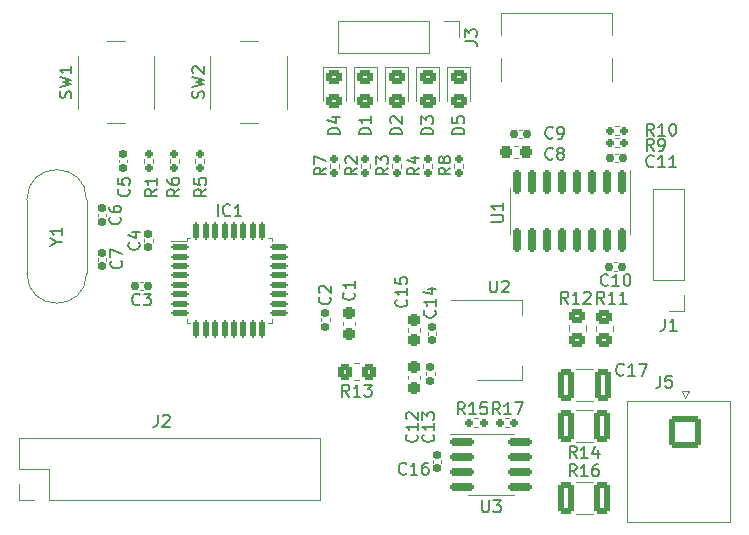
<source format=gbr>
%TF.GenerationSoftware,KiCad,Pcbnew,7.0.1*%
%TF.CreationDate,2023-04-25T22:28:34+08:00*%
%TF.ProjectId,MM32F0140_CAN_Core,4d4d3332-4630-4313-9430-5f43414e5f43,rev?*%
%TF.SameCoordinates,Original*%
%TF.FileFunction,Legend,Top*%
%TF.FilePolarity,Positive*%
%FSLAX46Y46*%
G04 Gerber Fmt 4.6, Leading zero omitted, Abs format (unit mm)*
G04 Created by KiCad (PCBNEW 7.0.1) date 2023-04-25 22:28:34*
%MOMM*%
%LPD*%
G01*
G04 APERTURE LIST*
G04 Aperture macros list*
%AMRoundRect*
0 Rectangle with rounded corners*
0 $1 Rounding radius*
0 $2 $3 $4 $5 $6 $7 $8 $9 X,Y pos of 4 corners*
0 Add a 4 corners polygon primitive as box body*
4,1,4,$2,$3,$4,$5,$6,$7,$8,$9,$2,$3,0*
0 Add four circle primitives for the rounded corners*
1,1,$1+$1,$2,$3*
1,1,$1+$1,$4,$5*
1,1,$1+$1,$6,$7*
1,1,$1+$1,$8,$9*
0 Add four rect primitives between the rounded corners*
20,1,$1+$1,$2,$3,$4,$5,0*
20,1,$1+$1,$4,$5,$6,$7,0*
20,1,$1+$1,$6,$7,$8,$9,0*
20,1,$1+$1,$8,$9,$2,$3,0*%
G04 Aperture macros list end*
%ADD10C,0.150000*%
%ADD11C,0.120000*%
%ADD12RoundRect,0.150000X-0.150000X0.825000X-0.150000X-0.825000X0.150000X-0.825000X0.150000X0.825000X0*%
%ADD13RoundRect,0.160000X0.160000X-0.197500X0.160000X0.197500X-0.160000X0.197500X-0.160000X-0.197500X0*%
%ADD14RoundRect,0.150000X-0.825000X-0.150000X0.825000X-0.150000X0.825000X0.150000X-0.825000X0.150000X0*%
%ADD15R,1.700000X1.700000*%
%ADD16O,1.700000X1.700000*%
%ADD17RoundRect,0.250000X-0.400000X-1.075000X0.400000X-1.075000X0.400000X1.075000X-0.400000X1.075000X0*%
%ADD18RoundRect,0.160000X-0.197500X-0.160000X0.197500X-0.160000X0.197500X0.160000X-0.197500X0.160000X0*%
%ADD19RoundRect,0.250000X0.350000X0.450000X-0.350000X0.450000X-0.350000X-0.450000X0.350000X-0.450000X0*%
%ADD20RoundRect,0.155000X0.155000X-0.212500X0.155000X0.212500X-0.155000X0.212500X-0.155000X-0.212500X0*%
%ADD21RoundRect,0.155000X0.212500X0.155000X-0.212500X0.155000X-0.212500X-0.155000X0.212500X-0.155000X0*%
%ADD22RoundRect,0.237500X-0.237500X0.300000X-0.237500X-0.300000X0.237500X-0.300000X0.237500X0.300000X0*%
%ADD23RoundRect,0.250000X-0.450000X0.325000X-0.450000X-0.325000X0.450000X-0.325000X0.450000X0.325000X0*%
%ADD24RoundRect,0.160000X-0.160000X0.197500X-0.160000X-0.197500X0.160000X-0.197500X0.160000X0.197500X0*%
%ADD25C,2.700000*%
%ADD26RoundRect,0.250001X-1.099999X1.099999X-1.099999X-1.099999X1.099999X-1.099999X1.099999X1.099999X0*%
%ADD27RoundRect,0.155000X-0.155000X0.212500X-0.155000X-0.212500X0.155000X-0.212500X0.155000X0.212500X0*%
%ADD28C,2.000000*%
%ADD29C,0.650000*%
%ADD30R,0.600000X1.450000*%
%ADD31R,0.300000X1.450000*%
%ADD32O,1.000000X2.100000*%
%ADD33O,1.000000X1.600000*%
%ADD34RoundRect,0.155000X-0.212500X-0.155000X0.212500X-0.155000X0.212500X0.155000X-0.212500X0.155000X0*%
%ADD35RoundRect,0.237500X0.300000X0.237500X-0.300000X0.237500X-0.300000X-0.237500X0.300000X-0.237500X0*%
%ADD36R,2.000000X1.500000*%
%ADD37R,2.000000X3.800000*%
%ADD38RoundRect,0.250000X0.450000X-0.350000X0.450000X0.350000X-0.450000X0.350000X-0.450000X-0.350000X0*%
%ADD39RoundRect,0.250000X0.400000X1.075000X-0.400000X1.075000X-0.400000X-1.075000X0.400000X-1.075000X0*%
%ADD40RoundRect,0.250000X-0.412500X-1.100000X0.412500X-1.100000X0.412500X1.100000X-0.412500X1.100000X0*%
%ADD41RoundRect,0.237500X0.237500X-0.300000X0.237500X0.300000X-0.237500X0.300000X-0.237500X-0.300000X0*%
%ADD42C,1.500000*%
%ADD43RoundRect,0.125000X-0.625000X-0.125000X0.625000X-0.125000X0.625000X0.125000X-0.625000X0.125000X0*%
%ADD44RoundRect,0.125000X-0.125000X-0.625000X0.125000X-0.625000X0.125000X0.625000X-0.125000X0.625000X0*%
G04 APERTURE END LIST*
D10*
%TO.C,U1*%
X160752619Y-106044904D02*
X161562142Y-106044904D01*
X161562142Y-106044904D02*
X161657380Y-105997285D01*
X161657380Y-105997285D02*
X161705000Y-105949666D01*
X161705000Y-105949666D02*
X161752619Y-105854428D01*
X161752619Y-105854428D02*
X161752619Y-105663952D01*
X161752619Y-105663952D02*
X161705000Y-105568714D01*
X161705000Y-105568714D02*
X161657380Y-105521095D01*
X161657380Y-105521095D02*
X161562142Y-105473476D01*
X161562142Y-105473476D02*
X160752619Y-105473476D01*
X161752619Y-104473476D02*
X161752619Y-105044904D01*
X161752619Y-104759190D02*
X160752619Y-104759190D01*
X160752619Y-104759190D02*
X160895476Y-104854428D01*
X160895476Y-104854428D02*
X160990714Y-104949666D01*
X160990714Y-104949666D02*
X161038333Y-105044904D01*
%TO.C,R6*%
X134320619Y-103290666D02*
X133844428Y-103623999D01*
X134320619Y-103862094D02*
X133320619Y-103862094D01*
X133320619Y-103862094D02*
X133320619Y-103481142D01*
X133320619Y-103481142D02*
X133368238Y-103385904D01*
X133368238Y-103385904D02*
X133415857Y-103338285D01*
X133415857Y-103338285D02*
X133511095Y-103290666D01*
X133511095Y-103290666D02*
X133653952Y-103290666D01*
X133653952Y-103290666D02*
X133749190Y-103338285D01*
X133749190Y-103338285D02*
X133796809Y-103385904D01*
X133796809Y-103385904D02*
X133844428Y-103481142D01*
X133844428Y-103481142D02*
X133844428Y-103862094D01*
X133320619Y-102433523D02*
X133320619Y-102623999D01*
X133320619Y-102623999D02*
X133368238Y-102719237D01*
X133368238Y-102719237D02*
X133415857Y-102766856D01*
X133415857Y-102766856D02*
X133558714Y-102862094D01*
X133558714Y-102862094D02*
X133749190Y-102909713D01*
X133749190Y-102909713D02*
X134130142Y-102909713D01*
X134130142Y-102909713D02*
X134225380Y-102862094D01*
X134225380Y-102862094D02*
X134273000Y-102814475D01*
X134273000Y-102814475D02*
X134320619Y-102719237D01*
X134320619Y-102719237D02*
X134320619Y-102528761D01*
X134320619Y-102528761D02*
X134273000Y-102433523D01*
X134273000Y-102433523D02*
X134225380Y-102385904D01*
X134225380Y-102385904D02*
X134130142Y-102338285D01*
X134130142Y-102338285D02*
X133892047Y-102338285D01*
X133892047Y-102338285D02*
X133796809Y-102385904D01*
X133796809Y-102385904D02*
X133749190Y-102433523D01*
X133749190Y-102433523D02*
X133701571Y-102528761D01*
X133701571Y-102528761D02*
X133701571Y-102719237D01*
X133701571Y-102719237D02*
X133749190Y-102814475D01*
X133749190Y-102814475D02*
X133796809Y-102862094D01*
X133796809Y-102862094D02*
X133892047Y-102909713D01*
%TO.C,U3*%
X159969095Y-129637619D02*
X159969095Y-130447142D01*
X159969095Y-130447142D02*
X160016714Y-130542380D01*
X160016714Y-130542380D02*
X160064333Y-130590000D01*
X160064333Y-130590000D02*
X160159571Y-130637619D01*
X160159571Y-130637619D02*
X160350047Y-130637619D01*
X160350047Y-130637619D02*
X160445285Y-130590000D01*
X160445285Y-130590000D02*
X160492904Y-130542380D01*
X160492904Y-130542380D02*
X160540523Y-130447142D01*
X160540523Y-130447142D02*
X160540523Y-129637619D01*
X160921476Y-129637619D02*
X161540523Y-129637619D01*
X161540523Y-129637619D02*
X161207190Y-130018571D01*
X161207190Y-130018571D02*
X161350047Y-130018571D01*
X161350047Y-130018571D02*
X161445285Y-130066190D01*
X161445285Y-130066190D02*
X161492904Y-130113809D01*
X161492904Y-130113809D02*
X161540523Y-130209047D01*
X161540523Y-130209047D02*
X161540523Y-130447142D01*
X161540523Y-130447142D02*
X161492904Y-130542380D01*
X161492904Y-130542380D02*
X161445285Y-130590000D01*
X161445285Y-130590000D02*
X161350047Y-130637619D01*
X161350047Y-130637619D02*
X161064333Y-130637619D01*
X161064333Y-130637619D02*
X160969095Y-130590000D01*
X160969095Y-130590000D02*
X160921476Y-130542380D01*
%TO.C,J2*%
X132508666Y-122398619D02*
X132508666Y-123112904D01*
X132508666Y-123112904D02*
X132461047Y-123255761D01*
X132461047Y-123255761D02*
X132365809Y-123351000D01*
X132365809Y-123351000D02*
X132222952Y-123398619D01*
X132222952Y-123398619D02*
X132127714Y-123398619D01*
X132937238Y-122493857D02*
X132984857Y-122446238D01*
X132984857Y-122446238D02*
X133080095Y-122398619D01*
X133080095Y-122398619D02*
X133318190Y-122398619D01*
X133318190Y-122398619D02*
X133413428Y-122446238D01*
X133413428Y-122446238D02*
X133461047Y-122493857D01*
X133461047Y-122493857D02*
X133508666Y-122589095D01*
X133508666Y-122589095D02*
X133508666Y-122684333D01*
X133508666Y-122684333D02*
X133461047Y-122827190D01*
X133461047Y-122827190D02*
X132889619Y-123398619D01*
X132889619Y-123398619D02*
X133508666Y-123398619D01*
%TO.C,R16*%
X167962142Y-127595619D02*
X167628809Y-127119428D01*
X167390714Y-127595619D02*
X167390714Y-126595619D01*
X167390714Y-126595619D02*
X167771666Y-126595619D01*
X167771666Y-126595619D02*
X167866904Y-126643238D01*
X167866904Y-126643238D02*
X167914523Y-126690857D01*
X167914523Y-126690857D02*
X167962142Y-126786095D01*
X167962142Y-126786095D02*
X167962142Y-126928952D01*
X167962142Y-126928952D02*
X167914523Y-127024190D01*
X167914523Y-127024190D02*
X167866904Y-127071809D01*
X167866904Y-127071809D02*
X167771666Y-127119428D01*
X167771666Y-127119428D02*
X167390714Y-127119428D01*
X168914523Y-127595619D02*
X168343095Y-127595619D01*
X168628809Y-127595619D02*
X168628809Y-126595619D01*
X168628809Y-126595619D02*
X168533571Y-126738476D01*
X168533571Y-126738476D02*
X168438333Y-126833714D01*
X168438333Y-126833714D02*
X168343095Y-126881333D01*
X169771666Y-126595619D02*
X169581190Y-126595619D01*
X169581190Y-126595619D02*
X169485952Y-126643238D01*
X169485952Y-126643238D02*
X169438333Y-126690857D01*
X169438333Y-126690857D02*
X169343095Y-126833714D01*
X169343095Y-126833714D02*
X169295476Y-127024190D01*
X169295476Y-127024190D02*
X169295476Y-127405142D01*
X169295476Y-127405142D02*
X169343095Y-127500380D01*
X169343095Y-127500380D02*
X169390714Y-127548000D01*
X169390714Y-127548000D02*
X169485952Y-127595619D01*
X169485952Y-127595619D02*
X169676428Y-127595619D01*
X169676428Y-127595619D02*
X169771666Y-127548000D01*
X169771666Y-127548000D02*
X169819285Y-127500380D01*
X169819285Y-127500380D02*
X169866904Y-127405142D01*
X169866904Y-127405142D02*
X169866904Y-127167047D01*
X169866904Y-127167047D02*
X169819285Y-127071809D01*
X169819285Y-127071809D02*
X169771666Y-127024190D01*
X169771666Y-127024190D02*
X169676428Y-126976571D01*
X169676428Y-126976571D02*
X169485952Y-126976571D01*
X169485952Y-126976571D02*
X169390714Y-127024190D01*
X169390714Y-127024190D02*
X169343095Y-127071809D01*
X169343095Y-127071809D02*
X169295476Y-127167047D01*
%TO.C,R15*%
X158488142Y-122343619D02*
X158154809Y-121867428D01*
X157916714Y-122343619D02*
X157916714Y-121343619D01*
X157916714Y-121343619D02*
X158297666Y-121343619D01*
X158297666Y-121343619D02*
X158392904Y-121391238D01*
X158392904Y-121391238D02*
X158440523Y-121438857D01*
X158440523Y-121438857D02*
X158488142Y-121534095D01*
X158488142Y-121534095D02*
X158488142Y-121676952D01*
X158488142Y-121676952D02*
X158440523Y-121772190D01*
X158440523Y-121772190D02*
X158392904Y-121819809D01*
X158392904Y-121819809D02*
X158297666Y-121867428D01*
X158297666Y-121867428D02*
X157916714Y-121867428D01*
X159440523Y-122343619D02*
X158869095Y-122343619D01*
X159154809Y-122343619D02*
X159154809Y-121343619D01*
X159154809Y-121343619D02*
X159059571Y-121486476D01*
X159059571Y-121486476D02*
X158964333Y-121581714D01*
X158964333Y-121581714D02*
X158869095Y-121629333D01*
X160345285Y-121343619D02*
X159869095Y-121343619D01*
X159869095Y-121343619D02*
X159821476Y-121819809D01*
X159821476Y-121819809D02*
X159869095Y-121772190D01*
X159869095Y-121772190D02*
X159964333Y-121724571D01*
X159964333Y-121724571D02*
X160202428Y-121724571D01*
X160202428Y-121724571D02*
X160297666Y-121772190D01*
X160297666Y-121772190D02*
X160345285Y-121819809D01*
X160345285Y-121819809D02*
X160392904Y-121915047D01*
X160392904Y-121915047D02*
X160392904Y-122153142D01*
X160392904Y-122153142D02*
X160345285Y-122248380D01*
X160345285Y-122248380D02*
X160297666Y-122296000D01*
X160297666Y-122296000D02*
X160202428Y-122343619D01*
X160202428Y-122343619D02*
X159964333Y-122343619D01*
X159964333Y-122343619D02*
X159869095Y-122296000D01*
X159869095Y-122296000D02*
X159821476Y-122248380D01*
%TO.C,R13*%
X148709142Y-120857619D02*
X148375809Y-120381428D01*
X148137714Y-120857619D02*
X148137714Y-119857619D01*
X148137714Y-119857619D02*
X148518666Y-119857619D01*
X148518666Y-119857619D02*
X148613904Y-119905238D01*
X148613904Y-119905238D02*
X148661523Y-119952857D01*
X148661523Y-119952857D02*
X148709142Y-120048095D01*
X148709142Y-120048095D02*
X148709142Y-120190952D01*
X148709142Y-120190952D02*
X148661523Y-120286190D01*
X148661523Y-120286190D02*
X148613904Y-120333809D01*
X148613904Y-120333809D02*
X148518666Y-120381428D01*
X148518666Y-120381428D02*
X148137714Y-120381428D01*
X149661523Y-120857619D02*
X149090095Y-120857619D01*
X149375809Y-120857619D02*
X149375809Y-119857619D01*
X149375809Y-119857619D02*
X149280571Y-120000476D01*
X149280571Y-120000476D02*
X149185333Y-120095714D01*
X149185333Y-120095714D02*
X149090095Y-120143333D01*
X149994857Y-119857619D02*
X150613904Y-119857619D01*
X150613904Y-119857619D02*
X150280571Y-120238571D01*
X150280571Y-120238571D02*
X150423428Y-120238571D01*
X150423428Y-120238571D02*
X150518666Y-120286190D01*
X150518666Y-120286190D02*
X150566285Y-120333809D01*
X150566285Y-120333809D02*
X150613904Y-120429047D01*
X150613904Y-120429047D02*
X150613904Y-120667142D01*
X150613904Y-120667142D02*
X150566285Y-120762380D01*
X150566285Y-120762380D02*
X150518666Y-120810000D01*
X150518666Y-120810000D02*
X150423428Y-120857619D01*
X150423428Y-120857619D02*
X150137714Y-120857619D01*
X150137714Y-120857619D02*
X150042476Y-120810000D01*
X150042476Y-120810000D02*
X149994857Y-120762380D01*
%TO.C,C16*%
X153535142Y-127367380D02*
X153487523Y-127415000D01*
X153487523Y-127415000D02*
X153344666Y-127462619D01*
X153344666Y-127462619D02*
X153249428Y-127462619D01*
X153249428Y-127462619D02*
X153106571Y-127415000D01*
X153106571Y-127415000D02*
X153011333Y-127319761D01*
X153011333Y-127319761D02*
X152963714Y-127224523D01*
X152963714Y-127224523D02*
X152916095Y-127034047D01*
X152916095Y-127034047D02*
X152916095Y-126891190D01*
X152916095Y-126891190D02*
X152963714Y-126700714D01*
X152963714Y-126700714D02*
X153011333Y-126605476D01*
X153011333Y-126605476D02*
X153106571Y-126510238D01*
X153106571Y-126510238D02*
X153249428Y-126462619D01*
X153249428Y-126462619D02*
X153344666Y-126462619D01*
X153344666Y-126462619D02*
X153487523Y-126510238D01*
X153487523Y-126510238D02*
X153535142Y-126557857D01*
X154487523Y-127462619D02*
X153916095Y-127462619D01*
X154201809Y-127462619D02*
X154201809Y-126462619D01*
X154201809Y-126462619D02*
X154106571Y-126605476D01*
X154106571Y-126605476D02*
X154011333Y-126700714D01*
X154011333Y-126700714D02*
X153916095Y-126748333D01*
X155344666Y-126462619D02*
X155154190Y-126462619D01*
X155154190Y-126462619D02*
X155058952Y-126510238D01*
X155058952Y-126510238D02*
X155011333Y-126557857D01*
X155011333Y-126557857D02*
X154916095Y-126700714D01*
X154916095Y-126700714D02*
X154868476Y-126891190D01*
X154868476Y-126891190D02*
X154868476Y-127272142D01*
X154868476Y-127272142D02*
X154916095Y-127367380D01*
X154916095Y-127367380D02*
X154963714Y-127415000D01*
X154963714Y-127415000D02*
X155058952Y-127462619D01*
X155058952Y-127462619D02*
X155249428Y-127462619D01*
X155249428Y-127462619D02*
X155344666Y-127415000D01*
X155344666Y-127415000D02*
X155392285Y-127367380D01*
X155392285Y-127367380D02*
X155439904Y-127272142D01*
X155439904Y-127272142D02*
X155439904Y-127034047D01*
X155439904Y-127034047D02*
X155392285Y-126938809D01*
X155392285Y-126938809D02*
X155344666Y-126891190D01*
X155344666Y-126891190D02*
X155249428Y-126843571D01*
X155249428Y-126843571D02*
X155058952Y-126843571D01*
X155058952Y-126843571D02*
X154963714Y-126891190D01*
X154963714Y-126891190D02*
X154916095Y-126938809D01*
X154916095Y-126938809D02*
X154868476Y-127034047D01*
%TO.C,C3*%
X130964833Y-113033380D02*
X130917214Y-113081000D01*
X130917214Y-113081000D02*
X130774357Y-113128619D01*
X130774357Y-113128619D02*
X130679119Y-113128619D01*
X130679119Y-113128619D02*
X130536262Y-113081000D01*
X130536262Y-113081000D02*
X130441024Y-112985761D01*
X130441024Y-112985761D02*
X130393405Y-112890523D01*
X130393405Y-112890523D02*
X130345786Y-112700047D01*
X130345786Y-112700047D02*
X130345786Y-112557190D01*
X130345786Y-112557190D02*
X130393405Y-112366714D01*
X130393405Y-112366714D02*
X130441024Y-112271476D01*
X130441024Y-112271476D02*
X130536262Y-112176238D01*
X130536262Y-112176238D02*
X130679119Y-112128619D01*
X130679119Y-112128619D02*
X130774357Y-112128619D01*
X130774357Y-112128619D02*
X130917214Y-112176238D01*
X130917214Y-112176238D02*
X130964833Y-112223857D01*
X131298167Y-112128619D02*
X131917214Y-112128619D01*
X131917214Y-112128619D02*
X131583881Y-112509571D01*
X131583881Y-112509571D02*
X131726738Y-112509571D01*
X131726738Y-112509571D02*
X131821976Y-112557190D01*
X131821976Y-112557190D02*
X131869595Y-112604809D01*
X131869595Y-112604809D02*
X131917214Y-112700047D01*
X131917214Y-112700047D02*
X131917214Y-112938142D01*
X131917214Y-112938142D02*
X131869595Y-113033380D01*
X131869595Y-113033380D02*
X131821976Y-113081000D01*
X131821976Y-113081000D02*
X131726738Y-113128619D01*
X131726738Y-113128619D02*
X131441024Y-113128619D01*
X131441024Y-113128619D02*
X131345786Y-113081000D01*
X131345786Y-113081000D02*
X131298167Y-113033380D01*
%TO.C,C1*%
X149084380Y-112053666D02*
X149132000Y-112101285D01*
X149132000Y-112101285D02*
X149179619Y-112244142D01*
X149179619Y-112244142D02*
X149179619Y-112339380D01*
X149179619Y-112339380D02*
X149132000Y-112482237D01*
X149132000Y-112482237D02*
X149036761Y-112577475D01*
X149036761Y-112577475D02*
X148941523Y-112625094D01*
X148941523Y-112625094D02*
X148751047Y-112672713D01*
X148751047Y-112672713D02*
X148608190Y-112672713D01*
X148608190Y-112672713D02*
X148417714Y-112625094D01*
X148417714Y-112625094D02*
X148322476Y-112577475D01*
X148322476Y-112577475D02*
X148227238Y-112482237D01*
X148227238Y-112482237D02*
X148179619Y-112339380D01*
X148179619Y-112339380D02*
X148179619Y-112244142D01*
X148179619Y-112244142D02*
X148227238Y-112101285D01*
X148227238Y-112101285D02*
X148274857Y-112053666D01*
X149179619Y-111101285D02*
X149179619Y-111672713D01*
X149179619Y-111386999D02*
X148179619Y-111386999D01*
X148179619Y-111386999D02*
X148322476Y-111482237D01*
X148322476Y-111482237D02*
X148417714Y-111577475D01*
X148417714Y-111577475D02*
X148465333Y-111672713D01*
%TO.C,D1*%
X150544869Y-98655094D02*
X149544869Y-98655094D01*
X149544869Y-98655094D02*
X149544869Y-98416999D01*
X149544869Y-98416999D02*
X149592488Y-98274142D01*
X149592488Y-98274142D02*
X149687726Y-98178904D01*
X149687726Y-98178904D02*
X149782964Y-98131285D01*
X149782964Y-98131285D02*
X149973440Y-98083666D01*
X149973440Y-98083666D02*
X150116297Y-98083666D01*
X150116297Y-98083666D02*
X150306773Y-98131285D01*
X150306773Y-98131285D02*
X150402011Y-98178904D01*
X150402011Y-98178904D02*
X150497250Y-98274142D01*
X150497250Y-98274142D02*
X150544869Y-98416999D01*
X150544869Y-98416999D02*
X150544869Y-98655094D01*
X150544869Y-97131285D02*
X150544869Y-97702713D01*
X150544869Y-97416999D02*
X149544869Y-97416999D01*
X149544869Y-97416999D02*
X149687726Y-97512237D01*
X149687726Y-97512237D02*
X149782964Y-97607475D01*
X149782964Y-97607475D02*
X149830583Y-97702713D01*
%TO.C,R5*%
X136606619Y-103290666D02*
X136130428Y-103623999D01*
X136606619Y-103862094D02*
X135606619Y-103862094D01*
X135606619Y-103862094D02*
X135606619Y-103481142D01*
X135606619Y-103481142D02*
X135654238Y-103385904D01*
X135654238Y-103385904D02*
X135701857Y-103338285D01*
X135701857Y-103338285D02*
X135797095Y-103290666D01*
X135797095Y-103290666D02*
X135939952Y-103290666D01*
X135939952Y-103290666D02*
X136035190Y-103338285D01*
X136035190Y-103338285D02*
X136082809Y-103385904D01*
X136082809Y-103385904D02*
X136130428Y-103481142D01*
X136130428Y-103481142D02*
X136130428Y-103862094D01*
X135606619Y-102385904D02*
X135606619Y-102862094D01*
X135606619Y-102862094D02*
X136082809Y-102909713D01*
X136082809Y-102909713D02*
X136035190Y-102862094D01*
X136035190Y-102862094D02*
X135987571Y-102766856D01*
X135987571Y-102766856D02*
X135987571Y-102528761D01*
X135987571Y-102528761D02*
X136035190Y-102433523D01*
X136035190Y-102433523D02*
X136082809Y-102385904D01*
X136082809Y-102385904D02*
X136178047Y-102338285D01*
X136178047Y-102338285D02*
X136416142Y-102338285D01*
X136416142Y-102338285D02*
X136511380Y-102385904D01*
X136511380Y-102385904D02*
X136559000Y-102433523D01*
X136559000Y-102433523D02*
X136606619Y-102528761D01*
X136606619Y-102528761D02*
X136606619Y-102766856D01*
X136606619Y-102766856D02*
X136559000Y-102862094D01*
X136559000Y-102862094D02*
X136511380Y-102909713D01*
%TO.C,J5*%
X175053666Y-119096619D02*
X175053666Y-119810904D01*
X175053666Y-119810904D02*
X175006047Y-119953761D01*
X175006047Y-119953761D02*
X174910809Y-120049000D01*
X174910809Y-120049000D02*
X174767952Y-120096619D01*
X174767952Y-120096619D02*
X174672714Y-120096619D01*
X176006047Y-119096619D02*
X175529857Y-119096619D01*
X175529857Y-119096619D02*
X175482238Y-119572809D01*
X175482238Y-119572809D02*
X175529857Y-119525190D01*
X175529857Y-119525190D02*
X175625095Y-119477571D01*
X175625095Y-119477571D02*
X175863190Y-119477571D01*
X175863190Y-119477571D02*
X175958428Y-119525190D01*
X175958428Y-119525190D02*
X176006047Y-119572809D01*
X176006047Y-119572809D02*
X176053666Y-119668047D01*
X176053666Y-119668047D02*
X176053666Y-119906142D01*
X176053666Y-119906142D02*
X176006047Y-120001380D01*
X176006047Y-120001380D02*
X175958428Y-120049000D01*
X175958428Y-120049000D02*
X175863190Y-120096619D01*
X175863190Y-120096619D02*
X175625095Y-120096619D01*
X175625095Y-120096619D02*
X175529857Y-120049000D01*
X175529857Y-120049000D02*
X175482238Y-120001380D01*
%TO.C,C5*%
X130034380Y-103290666D02*
X130082000Y-103338285D01*
X130082000Y-103338285D02*
X130129619Y-103481142D01*
X130129619Y-103481142D02*
X130129619Y-103576380D01*
X130129619Y-103576380D02*
X130082000Y-103719237D01*
X130082000Y-103719237D02*
X129986761Y-103814475D01*
X129986761Y-103814475D02*
X129891523Y-103862094D01*
X129891523Y-103862094D02*
X129701047Y-103909713D01*
X129701047Y-103909713D02*
X129558190Y-103909713D01*
X129558190Y-103909713D02*
X129367714Y-103862094D01*
X129367714Y-103862094D02*
X129272476Y-103814475D01*
X129272476Y-103814475D02*
X129177238Y-103719237D01*
X129177238Y-103719237D02*
X129129619Y-103576380D01*
X129129619Y-103576380D02*
X129129619Y-103481142D01*
X129129619Y-103481142D02*
X129177238Y-103338285D01*
X129177238Y-103338285D02*
X129224857Y-103290666D01*
X129129619Y-102385904D02*
X129129619Y-102862094D01*
X129129619Y-102862094D02*
X129605809Y-102909713D01*
X129605809Y-102909713D02*
X129558190Y-102862094D01*
X129558190Y-102862094D02*
X129510571Y-102766856D01*
X129510571Y-102766856D02*
X129510571Y-102528761D01*
X129510571Y-102528761D02*
X129558190Y-102433523D01*
X129558190Y-102433523D02*
X129605809Y-102385904D01*
X129605809Y-102385904D02*
X129701047Y-102338285D01*
X129701047Y-102338285D02*
X129939142Y-102338285D01*
X129939142Y-102338285D02*
X130034380Y-102385904D01*
X130034380Y-102385904D02*
X130082000Y-102433523D01*
X130082000Y-102433523D02*
X130129619Y-102528761D01*
X130129619Y-102528761D02*
X130129619Y-102766856D01*
X130129619Y-102766856D02*
X130082000Y-102862094D01*
X130082000Y-102862094D02*
X130034380Y-102909713D01*
%TO.C,SW2*%
X136373000Y-95567332D02*
X136420619Y-95424475D01*
X136420619Y-95424475D02*
X136420619Y-95186380D01*
X136420619Y-95186380D02*
X136373000Y-95091142D01*
X136373000Y-95091142D02*
X136325380Y-95043523D01*
X136325380Y-95043523D02*
X136230142Y-94995904D01*
X136230142Y-94995904D02*
X136134904Y-94995904D01*
X136134904Y-94995904D02*
X136039666Y-95043523D01*
X136039666Y-95043523D02*
X135992047Y-95091142D01*
X135992047Y-95091142D02*
X135944428Y-95186380D01*
X135944428Y-95186380D02*
X135896809Y-95376856D01*
X135896809Y-95376856D02*
X135849190Y-95472094D01*
X135849190Y-95472094D02*
X135801571Y-95519713D01*
X135801571Y-95519713D02*
X135706333Y-95567332D01*
X135706333Y-95567332D02*
X135611095Y-95567332D01*
X135611095Y-95567332D02*
X135515857Y-95519713D01*
X135515857Y-95519713D02*
X135468238Y-95472094D01*
X135468238Y-95472094D02*
X135420619Y-95376856D01*
X135420619Y-95376856D02*
X135420619Y-95138761D01*
X135420619Y-95138761D02*
X135468238Y-94995904D01*
X135420619Y-94662570D02*
X136420619Y-94424475D01*
X136420619Y-94424475D02*
X135706333Y-94233999D01*
X135706333Y-94233999D02*
X136420619Y-94043523D01*
X136420619Y-94043523D02*
X135420619Y-93805428D01*
X135515857Y-93472094D02*
X135468238Y-93424475D01*
X135468238Y-93424475D02*
X135420619Y-93329237D01*
X135420619Y-93329237D02*
X135420619Y-93091142D01*
X135420619Y-93091142D02*
X135468238Y-92995904D01*
X135468238Y-92995904D02*
X135515857Y-92948285D01*
X135515857Y-92948285D02*
X135611095Y-92900666D01*
X135611095Y-92900666D02*
X135706333Y-92900666D01*
X135706333Y-92900666D02*
X135849190Y-92948285D01*
X135849190Y-92948285D02*
X136420619Y-93519713D01*
X136420619Y-93519713D02*
X136420619Y-92900666D01*
%TO.C,C7*%
X129399380Y-109386666D02*
X129447000Y-109434285D01*
X129447000Y-109434285D02*
X129494619Y-109577142D01*
X129494619Y-109577142D02*
X129494619Y-109672380D01*
X129494619Y-109672380D02*
X129447000Y-109815237D01*
X129447000Y-109815237D02*
X129351761Y-109910475D01*
X129351761Y-109910475D02*
X129256523Y-109958094D01*
X129256523Y-109958094D02*
X129066047Y-110005713D01*
X129066047Y-110005713D02*
X128923190Y-110005713D01*
X128923190Y-110005713D02*
X128732714Y-109958094D01*
X128732714Y-109958094D02*
X128637476Y-109910475D01*
X128637476Y-109910475D02*
X128542238Y-109815237D01*
X128542238Y-109815237D02*
X128494619Y-109672380D01*
X128494619Y-109672380D02*
X128494619Y-109577142D01*
X128494619Y-109577142D02*
X128542238Y-109434285D01*
X128542238Y-109434285D02*
X128589857Y-109386666D01*
X128494619Y-109053332D02*
X128494619Y-108386666D01*
X128494619Y-108386666D02*
X129494619Y-108815237D01*
%TO.C,C6*%
X129289380Y-105644166D02*
X129337000Y-105691785D01*
X129337000Y-105691785D02*
X129384619Y-105834642D01*
X129384619Y-105834642D02*
X129384619Y-105929880D01*
X129384619Y-105929880D02*
X129337000Y-106072737D01*
X129337000Y-106072737D02*
X129241761Y-106167975D01*
X129241761Y-106167975D02*
X129146523Y-106215594D01*
X129146523Y-106215594D02*
X128956047Y-106263213D01*
X128956047Y-106263213D02*
X128813190Y-106263213D01*
X128813190Y-106263213D02*
X128622714Y-106215594D01*
X128622714Y-106215594D02*
X128527476Y-106167975D01*
X128527476Y-106167975D02*
X128432238Y-106072737D01*
X128432238Y-106072737D02*
X128384619Y-105929880D01*
X128384619Y-105929880D02*
X128384619Y-105834642D01*
X128384619Y-105834642D02*
X128432238Y-105691785D01*
X128432238Y-105691785D02*
X128479857Y-105644166D01*
X128384619Y-104787023D02*
X128384619Y-104977499D01*
X128384619Y-104977499D02*
X128432238Y-105072737D01*
X128432238Y-105072737D02*
X128479857Y-105120356D01*
X128479857Y-105120356D02*
X128622714Y-105215594D01*
X128622714Y-105215594D02*
X128813190Y-105263213D01*
X128813190Y-105263213D02*
X129194142Y-105263213D01*
X129194142Y-105263213D02*
X129289380Y-105215594D01*
X129289380Y-105215594D02*
X129337000Y-105167975D01*
X129337000Y-105167975D02*
X129384619Y-105072737D01*
X129384619Y-105072737D02*
X129384619Y-104882261D01*
X129384619Y-104882261D02*
X129337000Y-104787023D01*
X129337000Y-104787023D02*
X129289380Y-104739404D01*
X129289380Y-104739404D02*
X129194142Y-104691785D01*
X129194142Y-104691785D02*
X128956047Y-104691785D01*
X128956047Y-104691785D02*
X128860809Y-104739404D01*
X128860809Y-104739404D02*
X128813190Y-104787023D01*
X128813190Y-104787023D02*
X128765571Y-104882261D01*
X128765571Y-104882261D02*
X128765571Y-105072737D01*
X128765571Y-105072737D02*
X128813190Y-105167975D01*
X128813190Y-105167975D02*
X128860809Y-105215594D01*
X128860809Y-105215594D02*
X128956047Y-105263213D01*
%TO.C,C9*%
X165949333Y-98919380D02*
X165901714Y-98967000D01*
X165901714Y-98967000D02*
X165758857Y-99014619D01*
X165758857Y-99014619D02*
X165663619Y-99014619D01*
X165663619Y-99014619D02*
X165520762Y-98967000D01*
X165520762Y-98967000D02*
X165425524Y-98871761D01*
X165425524Y-98871761D02*
X165377905Y-98776523D01*
X165377905Y-98776523D02*
X165330286Y-98586047D01*
X165330286Y-98586047D02*
X165330286Y-98443190D01*
X165330286Y-98443190D02*
X165377905Y-98252714D01*
X165377905Y-98252714D02*
X165425524Y-98157476D01*
X165425524Y-98157476D02*
X165520762Y-98062238D01*
X165520762Y-98062238D02*
X165663619Y-98014619D01*
X165663619Y-98014619D02*
X165758857Y-98014619D01*
X165758857Y-98014619D02*
X165901714Y-98062238D01*
X165901714Y-98062238D02*
X165949333Y-98109857D01*
X166425524Y-99014619D02*
X166616000Y-99014619D01*
X166616000Y-99014619D02*
X166711238Y-98967000D01*
X166711238Y-98967000D02*
X166758857Y-98919380D01*
X166758857Y-98919380D02*
X166854095Y-98776523D01*
X166854095Y-98776523D02*
X166901714Y-98586047D01*
X166901714Y-98586047D02*
X166901714Y-98205095D01*
X166901714Y-98205095D02*
X166854095Y-98109857D01*
X166854095Y-98109857D02*
X166806476Y-98062238D01*
X166806476Y-98062238D02*
X166711238Y-98014619D01*
X166711238Y-98014619D02*
X166520762Y-98014619D01*
X166520762Y-98014619D02*
X166425524Y-98062238D01*
X166425524Y-98062238D02*
X166377905Y-98109857D01*
X166377905Y-98109857D02*
X166330286Y-98205095D01*
X166330286Y-98205095D02*
X166330286Y-98443190D01*
X166330286Y-98443190D02*
X166377905Y-98538428D01*
X166377905Y-98538428D02*
X166425524Y-98586047D01*
X166425524Y-98586047D02*
X166520762Y-98633666D01*
X166520762Y-98633666D02*
X166711238Y-98633666D01*
X166711238Y-98633666D02*
X166806476Y-98586047D01*
X166806476Y-98586047D02*
X166854095Y-98538428D01*
X166854095Y-98538428D02*
X166901714Y-98443190D01*
%TO.C,C13*%
X155815380Y-124086857D02*
X155863000Y-124134476D01*
X155863000Y-124134476D02*
X155910619Y-124277333D01*
X155910619Y-124277333D02*
X155910619Y-124372571D01*
X155910619Y-124372571D02*
X155863000Y-124515428D01*
X155863000Y-124515428D02*
X155767761Y-124610666D01*
X155767761Y-124610666D02*
X155672523Y-124658285D01*
X155672523Y-124658285D02*
X155482047Y-124705904D01*
X155482047Y-124705904D02*
X155339190Y-124705904D01*
X155339190Y-124705904D02*
X155148714Y-124658285D01*
X155148714Y-124658285D02*
X155053476Y-124610666D01*
X155053476Y-124610666D02*
X154958238Y-124515428D01*
X154958238Y-124515428D02*
X154910619Y-124372571D01*
X154910619Y-124372571D02*
X154910619Y-124277333D01*
X154910619Y-124277333D02*
X154958238Y-124134476D01*
X154958238Y-124134476D02*
X155005857Y-124086857D01*
X155910619Y-123134476D02*
X155910619Y-123705904D01*
X155910619Y-123420190D02*
X154910619Y-123420190D01*
X154910619Y-123420190D02*
X155053476Y-123515428D01*
X155053476Y-123515428D02*
X155148714Y-123610666D01*
X155148714Y-123610666D02*
X155196333Y-123705904D01*
X154910619Y-122801142D02*
X154910619Y-122182095D01*
X154910619Y-122182095D02*
X155291571Y-122515428D01*
X155291571Y-122515428D02*
X155291571Y-122372571D01*
X155291571Y-122372571D02*
X155339190Y-122277333D01*
X155339190Y-122277333D02*
X155386809Y-122229714D01*
X155386809Y-122229714D02*
X155482047Y-122182095D01*
X155482047Y-122182095D02*
X155720142Y-122182095D01*
X155720142Y-122182095D02*
X155815380Y-122229714D01*
X155815380Y-122229714D02*
X155863000Y-122277333D01*
X155863000Y-122277333D02*
X155910619Y-122372571D01*
X155910619Y-122372571D02*
X155910619Y-122658285D01*
X155910619Y-122658285D02*
X155863000Y-122753523D01*
X155863000Y-122753523D02*
X155815380Y-122801142D01*
%TO.C,C4*%
X130906380Y-107803166D02*
X130954000Y-107850785D01*
X130954000Y-107850785D02*
X131001619Y-107993642D01*
X131001619Y-107993642D02*
X131001619Y-108088880D01*
X131001619Y-108088880D02*
X130954000Y-108231737D01*
X130954000Y-108231737D02*
X130858761Y-108326975D01*
X130858761Y-108326975D02*
X130763523Y-108374594D01*
X130763523Y-108374594D02*
X130573047Y-108422213D01*
X130573047Y-108422213D02*
X130430190Y-108422213D01*
X130430190Y-108422213D02*
X130239714Y-108374594D01*
X130239714Y-108374594D02*
X130144476Y-108326975D01*
X130144476Y-108326975D02*
X130049238Y-108231737D01*
X130049238Y-108231737D02*
X130001619Y-108088880D01*
X130001619Y-108088880D02*
X130001619Y-107993642D01*
X130001619Y-107993642D02*
X130049238Y-107850785D01*
X130049238Y-107850785D02*
X130096857Y-107803166D01*
X130334952Y-106946023D02*
X131001619Y-106946023D01*
X129954000Y-107184118D02*
X130668285Y-107422213D01*
X130668285Y-107422213D02*
X130668285Y-106803166D01*
%TO.C,C14*%
X155942380Y-113545857D02*
X155990000Y-113593476D01*
X155990000Y-113593476D02*
X156037619Y-113736333D01*
X156037619Y-113736333D02*
X156037619Y-113831571D01*
X156037619Y-113831571D02*
X155990000Y-113974428D01*
X155990000Y-113974428D02*
X155894761Y-114069666D01*
X155894761Y-114069666D02*
X155799523Y-114117285D01*
X155799523Y-114117285D02*
X155609047Y-114164904D01*
X155609047Y-114164904D02*
X155466190Y-114164904D01*
X155466190Y-114164904D02*
X155275714Y-114117285D01*
X155275714Y-114117285D02*
X155180476Y-114069666D01*
X155180476Y-114069666D02*
X155085238Y-113974428D01*
X155085238Y-113974428D02*
X155037619Y-113831571D01*
X155037619Y-113831571D02*
X155037619Y-113736333D01*
X155037619Y-113736333D02*
X155085238Y-113593476D01*
X155085238Y-113593476D02*
X155132857Y-113545857D01*
X156037619Y-112593476D02*
X156037619Y-113164904D01*
X156037619Y-112879190D02*
X155037619Y-112879190D01*
X155037619Y-112879190D02*
X155180476Y-112974428D01*
X155180476Y-112974428D02*
X155275714Y-113069666D01*
X155275714Y-113069666D02*
X155323333Y-113164904D01*
X155370952Y-111736333D02*
X156037619Y-111736333D01*
X154990000Y-111974428D02*
X155704285Y-112212523D01*
X155704285Y-112212523D02*
X155704285Y-111593476D01*
%TO.C,SW1*%
X125142000Y-95567332D02*
X125189619Y-95424475D01*
X125189619Y-95424475D02*
X125189619Y-95186380D01*
X125189619Y-95186380D02*
X125142000Y-95091142D01*
X125142000Y-95091142D02*
X125094380Y-95043523D01*
X125094380Y-95043523D02*
X124999142Y-94995904D01*
X124999142Y-94995904D02*
X124903904Y-94995904D01*
X124903904Y-94995904D02*
X124808666Y-95043523D01*
X124808666Y-95043523D02*
X124761047Y-95091142D01*
X124761047Y-95091142D02*
X124713428Y-95186380D01*
X124713428Y-95186380D02*
X124665809Y-95376856D01*
X124665809Y-95376856D02*
X124618190Y-95472094D01*
X124618190Y-95472094D02*
X124570571Y-95519713D01*
X124570571Y-95519713D02*
X124475333Y-95567332D01*
X124475333Y-95567332D02*
X124380095Y-95567332D01*
X124380095Y-95567332D02*
X124284857Y-95519713D01*
X124284857Y-95519713D02*
X124237238Y-95472094D01*
X124237238Y-95472094D02*
X124189619Y-95376856D01*
X124189619Y-95376856D02*
X124189619Y-95138761D01*
X124189619Y-95138761D02*
X124237238Y-94995904D01*
X124189619Y-94662570D02*
X125189619Y-94424475D01*
X125189619Y-94424475D02*
X124475333Y-94233999D01*
X124475333Y-94233999D02*
X125189619Y-94043523D01*
X125189619Y-94043523D02*
X124189619Y-93805428D01*
X125189619Y-92900666D02*
X125189619Y-93472094D01*
X125189619Y-93186380D02*
X124189619Y-93186380D01*
X124189619Y-93186380D02*
X124332476Y-93281618D01*
X124332476Y-93281618D02*
X124427714Y-93376856D01*
X124427714Y-93376856D02*
X124475333Y-93472094D01*
%TO.C,D4*%
X147909619Y-98655094D02*
X146909619Y-98655094D01*
X146909619Y-98655094D02*
X146909619Y-98416999D01*
X146909619Y-98416999D02*
X146957238Y-98274142D01*
X146957238Y-98274142D02*
X147052476Y-98178904D01*
X147052476Y-98178904D02*
X147147714Y-98131285D01*
X147147714Y-98131285D02*
X147338190Y-98083666D01*
X147338190Y-98083666D02*
X147481047Y-98083666D01*
X147481047Y-98083666D02*
X147671523Y-98131285D01*
X147671523Y-98131285D02*
X147766761Y-98178904D01*
X147766761Y-98178904D02*
X147862000Y-98274142D01*
X147862000Y-98274142D02*
X147909619Y-98416999D01*
X147909619Y-98416999D02*
X147909619Y-98655094D01*
X147242952Y-97226523D02*
X147909619Y-97226523D01*
X146862000Y-97464618D02*
X147576285Y-97702713D01*
X147576285Y-97702713D02*
X147576285Y-97083666D01*
%TO.C,R17*%
X161459642Y-122355619D02*
X161126309Y-121879428D01*
X160888214Y-122355619D02*
X160888214Y-121355619D01*
X160888214Y-121355619D02*
X161269166Y-121355619D01*
X161269166Y-121355619D02*
X161364404Y-121403238D01*
X161364404Y-121403238D02*
X161412023Y-121450857D01*
X161412023Y-121450857D02*
X161459642Y-121546095D01*
X161459642Y-121546095D02*
X161459642Y-121688952D01*
X161459642Y-121688952D02*
X161412023Y-121784190D01*
X161412023Y-121784190D02*
X161364404Y-121831809D01*
X161364404Y-121831809D02*
X161269166Y-121879428D01*
X161269166Y-121879428D02*
X160888214Y-121879428D01*
X162412023Y-122355619D02*
X161840595Y-122355619D01*
X162126309Y-122355619D02*
X162126309Y-121355619D01*
X162126309Y-121355619D02*
X162031071Y-121498476D01*
X162031071Y-121498476D02*
X161935833Y-121593714D01*
X161935833Y-121593714D02*
X161840595Y-121641333D01*
X162745357Y-121355619D02*
X163412023Y-121355619D01*
X163412023Y-121355619D02*
X162983452Y-122355619D01*
%TO.C,C11*%
X174490142Y-101332380D02*
X174442523Y-101380000D01*
X174442523Y-101380000D02*
X174299666Y-101427619D01*
X174299666Y-101427619D02*
X174204428Y-101427619D01*
X174204428Y-101427619D02*
X174061571Y-101380000D01*
X174061571Y-101380000D02*
X173966333Y-101284761D01*
X173966333Y-101284761D02*
X173918714Y-101189523D01*
X173918714Y-101189523D02*
X173871095Y-100999047D01*
X173871095Y-100999047D02*
X173871095Y-100856190D01*
X173871095Y-100856190D02*
X173918714Y-100665714D01*
X173918714Y-100665714D02*
X173966333Y-100570476D01*
X173966333Y-100570476D02*
X174061571Y-100475238D01*
X174061571Y-100475238D02*
X174204428Y-100427619D01*
X174204428Y-100427619D02*
X174299666Y-100427619D01*
X174299666Y-100427619D02*
X174442523Y-100475238D01*
X174442523Y-100475238D02*
X174490142Y-100522857D01*
X175442523Y-101427619D02*
X174871095Y-101427619D01*
X175156809Y-101427619D02*
X175156809Y-100427619D01*
X175156809Y-100427619D02*
X175061571Y-100570476D01*
X175061571Y-100570476D02*
X174966333Y-100665714D01*
X174966333Y-100665714D02*
X174871095Y-100713333D01*
X176394904Y-101427619D02*
X175823476Y-101427619D01*
X176109190Y-101427619D02*
X176109190Y-100427619D01*
X176109190Y-100427619D02*
X176013952Y-100570476D01*
X176013952Y-100570476D02*
X175918714Y-100665714D01*
X175918714Y-100665714D02*
X175823476Y-100713333D01*
%TO.C,C8*%
X165949333Y-100697380D02*
X165901714Y-100745000D01*
X165901714Y-100745000D02*
X165758857Y-100792619D01*
X165758857Y-100792619D02*
X165663619Y-100792619D01*
X165663619Y-100792619D02*
X165520762Y-100745000D01*
X165520762Y-100745000D02*
X165425524Y-100649761D01*
X165425524Y-100649761D02*
X165377905Y-100554523D01*
X165377905Y-100554523D02*
X165330286Y-100364047D01*
X165330286Y-100364047D02*
X165330286Y-100221190D01*
X165330286Y-100221190D02*
X165377905Y-100030714D01*
X165377905Y-100030714D02*
X165425524Y-99935476D01*
X165425524Y-99935476D02*
X165520762Y-99840238D01*
X165520762Y-99840238D02*
X165663619Y-99792619D01*
X165663619Y-99792619D02*
X165758857Y-99792619D01*
X165758857Y-99792619D02*
X165901714Y-99840238D01*
X165901714Y-99840238D02*
X165949333Y-99887857D01*
X166520762Y-100221190D02*
X166425524Y-100173571D01*
X166425524Y-100173571D02*
X166377905Y-100125952D01*
X166377905Y-100125952D02*
X166330286Y-100030714D01*
X166330286Y-100030714D02*
X166330286Y-99983095D01*
X166330286Y-99983095D02*
X166377905Y-99887857D01*
X166377905Y-99887857D02*
X166425524Y-99840238D01*
X166425524Y-99840238D02*
X166520762Y-99792619D01*
X166520762Y-99792619D02*
X166711238Y-99792619D01*
X166711238Y-99792619D02*
X166806476Y-99840238D01*
X166806476Y-99840238D02*
X166854095Y-99887857D01*
X166854095Y-99887857D02*
X166901714Y-99983095D01*
X166901714Y-99983095D02*
X166901714Y-100030714D01*
X166901714Y-100030714D02*
X166854095Y-100125952D01*
X166854095Y-100125952D02*
X166806476Y-100173571D01*
X166806476Y-100173571D02*
X166711238Y-100221190D01*
X166711238Y-100221190D02*
X166520762Y-100221190D01*
X166520762Y-100221190D02*
X166425524Y-100268809D01*
X166425524Y-100268809D02*
X166377905Y-100316428D01*
X166377905Y-100316428D02*
X166330286Y-100411666D01*
X166330286Y-100411666D02*
X166330286Y-100602142D01*
X166330286Y-100602142D02*
X166377905Y-100697380D01*
X166377905Y-100697380D02*
X166425524Y-100745000D01*
X166425524Y-100745000D02*
X166520762Y-100792619D01*
X166520762Y-100792619D02*
X166711238Y-100792619D01*
X166711238Y-100792619D02*
X166806476Y-100745000D01*
X166806476Y-100745000D02*
X166854095Y-100697380D01*
X166854095Y-100697380D02*
X166901714Y-100602142D01*
X166901714Y-100602142D02*
X166901714Y-100411666D01*
X166901714Y-100411666D02*
X166854095Y-100316428D01*
X166854095Y-100316428D02*
X166806476Y-100268809D01*
X166806476Y-100268809D02*
X166711238Y-100221190D01*
%TO.C,U2*%
X160655095Y-111040619D02*
X160655095Y-111850142D01*
X160655095Y-111850142D02*
X160702714Y-111945380D01*
X160702714Y-111945380D02*
X160750333Y-111993000D01*
X160750333Y-111993000D02*
X160845571Y-112040619D01*
X160845571Y-112040619D02*
X161036047Y-112040619D01*
X161036047Y-112040619D02*
X161131285Y-111993000D01*
X161131285Y-111993000D02*
X161178904Y-111945380D01*
X161178904Y-111945380D02*
X161226523Y-111850142D01*
X161226523Y-111850142D02*
X161226523Y-111040619D01*
X161655095Y-111135857D02*
X161702714Y-111088238D01*
X161702714Y-111088238D02*
X161797952Y-111040619D01*
X161797952Y-111040619D02*
X162036047Y-111040619D01*
X162036047Y-111040619D02*
X162131285Y-111088238D01*
X162131285Y-111088238D02*
X162178904Y-111135857D01*
X162178904Y-111135857D02*
X162226523Y-111231095D01*
X162226523Y-111231095D02*
X162226523Y-111326333D01*
X162226523Y-111326333D02*
X162178904Y-111469190D01*
X162178904Y-111469190D02*
X161607476Y-112040619D01*
X161607476Y-112040619D02*
X162226523Y-112040619D01*
%TO.C,R12*%
X167251142Y-112984619D02*
X166917809Y-112508428D01*
X166679714Y-112984619D02*
X166679714Y-111984619D01*
X166679714Y-111984619D02*
X167060666Y-111984619D01*
X167060666Y-111984619D02*
X167155904Y-112032238D01*
X167155904Y-112032238D02*
X167203523Y-112079857D01*
X167203523Y-112079857D02*
X167251142Y-112175095D01*
X167251142Y-112175095D02*
X167251142Y-112317952D01*
X167251142Y-112317952D02*
X167203523Y-112413190D01*
X167203523Y-112413190D02*
X167155904Y-112460809D01*
X167155904Y-112460809D02*
X167060666Y-112508428D01*
X167060666Y-112508428D02*
X166679714Y-112508428D01*
X168203523Y-112984619D02*
X167632095Y-112984619D01*
X167917809Y-112984619D02*
X167917809Y-111984619D01*
X167917809Y-111984619D02*
X167822571Y-112127476D01*
X167822571Y-112127476D02*
X167727333Y-112222714D01*
X167727333Y-112222714D02*
X167632095Y-112270333D01*
X168584476Y-112079857D02*
X168632095Y-112032238D01*
X168632095Y-112032238D02*
X168727333Y-111984619D01*
X168727333Y-111984619D02*
X168965428Y-111984619D01*
X168965428Y-111984619D02*
X169060666Y-112032238D01*
X169060666Y-112032238D02*
X169108285Y-112079857D01*
X169108285Y-112079857D02*
X169155904Y-112175095D01*
X169155904Y-112175095D02*
X169155904Y-112270333D01*
X169155904Y-112270333D02*
X169108285Y-112413190D01*
X169108285Y-112413190D02*
X168536857Y-112984619D01*
X168536857Y-112984619D02*
X169155904Y-112984619D01*
%TO.C,R14*%
X167962142Y-126059619D02*
X167628809Y-125583428D01*
X167390714Y-126059619D02*
X167390714Y-125059619D01*
X167390714Y-125059619D02*
X167771666Y-125059619D01*
X167771666Y-125059619D02*
X167866904Y-125107238D01*
X167866904Y-125107238D02*
X167914523Y-125154857D01*
X167914523Y-125154857D02*
X167962142Y-125250095D01*
X167962142Y-125250095D02*
X167962142Y-125392952D01*
X167962142Y-125392952D02*
X167914523Y-125488190D01*
X167914523Y-125488190D02*
X167866904Y-125535809D01*
X167866904Y-125535809D02*
X167771666Y-125583428D01*
X167771666Y-125583428D02*
X167390714Y-125583428D01*
X168914523Y-126059619D02*
X168343095Y-126059619D01*
X168628809Y-126059619D02*
X168628809Y-125059619D01*
X168628809Y-125059619D02*
X168533571Y-125202476D01*
X168533571Y-125202476D02*
X168438333Y-125297714D01*
X168438333Y-125297714D02*
X168343095Y-125345333D01*
X169771666Y-125392952D02*
X169771666Y-126059619D01*
X169533571Y-125012000D02*
X169295476Y-125726285D01*
X169295476Y-125726285D02*
X169914523Y-125726285D01*
%TO.C,R2*%
X149374869Y-101475166D02*
X148898678Y-101808499D01*
X149374869Y-102046594D02*
X148374869Y-102046594D01*
X148374869Y-102046594D02*
X148374869Y-101665642D01*
X148374869Y-101665642D02*
X148422488Y-101570404D01*
X148422488Y-101570404D02*
X148470107Y-101522785D01*
X148470107Y-101522785D02*
X148565345Y-101475166D01*
X148565345Y-101475166D02*
X148708202Y-101475166D01*
X148708202Y-101475166D02*
X148803440Y-101522785D01*
X148803440Y-101522785D02*
X148851059Y-101570404D01*
X148851059Y-101570404D02*
X148898678Y-101665642D01*
X148898678Y-101665642D02*
X148898678Y-102046594D01*
X148470107Y-101094213D02*
X148422488Y-101046594D01*
X148422488Y-101046594D02*
X148374869Y-100951356D01*
X148374869Y-100951356D02*
X148374869Y-100713261D01*
X148374869Y-100713261D02*
X148422488Y-100618023D01*
X148422488Y-100618023D02*
X148470107Y-100570404D01*
X148470107Y-100570404D02*
X148565345Y-100522785D01*
X148565345Y-100522785D02*
X148660583Y-100522785D01*
X148660583Y-100522785D02*
X148803440Y-100570404D01*
X148803440Y-100570404D02*
X149374869Y-101141832D01*
X149374869Y-101141832D02*
X149374869Y-100522785D01*
%TO.C,J1*%
X175434666Y-114270619D02*
X175434666Y-114984904D01*
X175434666Y-114984904D02*
X175387047Y-115127761D01*
X175387047Y-115127761D02*
X175291809Y-115223000D01*
X175291809Y-115223000D02*
X175148952Y-115270619D01*
X175148952Y-115270619D02*
X175053714Y-115270619D01*
X176434666Y-115270619D02*
X175863238Y-115270619D01*
X176148952Y-115270619D02*
X176148952Y-114270619D01*
X176148952Y-114270619D02*
X176053714Y-114413476D01*
X176053714Y-114413476D02*
X175958476Y-114508714D01*
X175958476Y-114508714D02*
X175863238Y-114556333D01*
%TO.C,R8*%
X157280619Y-101475166D02*
X156804428Y-101808499D01*
X157280619Y-102046594D02*
X156280619Y-102046594D01*
X156280619Y-102046594D02*
X156280619Y-101665642D01*
X156280619Y-101665642D02*
X156328238Y-101570404D01*
X156328238Y-101570404D02*
X156375857Y-101522785D01*
X156375857Y-101522785D02*
X156471095Y-101475166D01*
X156471095Y-101475166D02*
X156613952Y-101475166D01*
X156613952Y-101475166D02*
X156709190Y-101522785D01*
X156709190Y-101522785D02*
X156756809Y-101570404D01*
X156756809Y-101570404D02*
X156804428Y-101665642D01*
X156804428Y-101665642D02*
X156804428Y-102046594D01*
X156709190Y-100903737D02*
X156661571Y-100998975D01*
X156661571Y-100998975D02*
X156613952Y-101046594D01*
X156613952Y-101046594D02*
X156518714Y-101094213D01*
X156518714Y-101094213D02*
X156471095Y-101094213D01*
X156471095Y-101094213D02*
X156375857Y-101046594D01*
X156375857Y-101046594D02*
X156328238Y-100998975D01*
X156328238Y-100998975D02*
X156280619Y-100903737D01*
X156280619Y-100903737D02*
X156280619Y-100713261D01*
X156280619Y-100713261D02*
X156328238Y-100618023D01*
X156328238Y-100618023D02*
X156375857Y-100570404D01*
X156375857Y-100570404D02*
X156471095Y-100522785D01*
X156471095Y-100522785D02*
X156518714Y-100522785D01*
X156518714Y-100522785D02*
X156613952Y-100570404D01*
X156613952Y-100570404D02*
X156661571Y-100618023D01*
X156661571Y-100618023D02*
X156709190Y-100713261D01*
X156709190Y-100713261D02*
X156709190Y-100903737D01*
X156709190Y-100903737D02*
X156756809Y-100998975D01*
X156756809Y-100998975D02*
X156804428Y-101046594D01*
X156804428Y-101046594D02*
X156899666Y-101094213D01*
X156899666Y-101094213D02*
X157090142Y-101094213D01*
X157090142Y-101094213D02*
X157185380Y-101046594D01*
X157185380Y-101046594D02*
X157233000Y-100998975D01*
X157233000Y-100998975D02*
X157280619Y-100903737D01*
X157280619Y-100903737D02*
X157280619Y-100713261D01*
X157280619Y-100713261D02*
X157233000Y-100618023D01*
X157233000Y-100618023D02*
X157185380Y-100570404D01*
X157185380Y-100570404D02*
X157090142Y-100522785D01*
X157090142Y-100522785D02*
X156899666Y-100522785D01*
X156899666Y-100522785D02*
X156804428Y-100570404D01*
X156804428Y-100570404D02*
X156756809Y-100618023D01*
X156756809Y-100618023D02*
X156709190Y-100713261D01*
%TO.C,R4*%
X154645369Y-101475166D02*
X154169178Y-101808499D01*
X154645369Y-102046594D02*
X153645369Y-102046594D01*
X153645369Y-102046594D02*
X153645369Y-101665642D01*
X153645369Y-101665642D02*
X153692988Y-101570404D01*
X153692988Y-101570404D02*
X153740607Y-101522785D01*
X153740607Y-101522785D02*
X153835845Y-101475166D01*
X153835845Y-101475166D02*
X153978702Y-101475166D01*
X153978702Y-101475166D02*
X154073940Y-101522785D01*
X154073940Y-101522785D02*
X154121559Y-101570404D01*
X154121559Y-101570404D02*
X154169178Y-101665642D01*
X154169178Y-101665642D02*
X154169178Y-102046594D01*
X153978702Y-100618023D02*
X154645369Y-100618023D01*
X153597750Y-100856118D02*
X154312035Y-101094213D01*
X154312035Y-101094213D02*
X154312035Y-100475166D01*
%TO.C,C12*%
X154418380Y-124086857D02*
X154466000Y-124134476D01*
X154466000Y-124134476D02*
X154513619Y-124277333D01*
X154513619Y-124277333D02*
X154513619Y-124372571D01*
X154513619Y-124372571D02*
X154466000Y-124515428D01*
X154466000Y-124515428D02*
X154370761Y-124610666D01*
X154370761Y-124610666D02*
X154275523Y-124658285D01*
X154275523Y-124658285D02*
X154085047Y-124705904D01*
X154085047Y-124705904D02*
X153942190Y-124705904D01*
X153942190Y-124705904D02*
X153751714Y-124658285D01*
X153751714Y-124658285D02*
X153656476Y-124610666D01*
X153656476Y-124610666D02*
X153561238Y-124515428D01*
X153561238Y-124515428D02*
X153513619Y-124372571D01*
X153513619Y-124372571D02*
X153513619Y-124277333D01*
X153513619Y-124277333D02*
X153561238Y-124134476D01*
X153561238Y-124134476D02*
X153608857Y-124086857D01*
X154513619Y-123134476D02*
X154513619Y-123705904D01*
X154513619Y-123420190D02*
X153513619Y-123420190D01*
X153513619Y-123420190D02*
X153656476Y-123515428D01*
X153656476Y-123515428D02*
X153751714Y-123610666D01*
X153751714Y-123610666D02*
X153799333Y-123705904D01*
X153608857Y-122753523D02*
X153561238Y-122705904D01*
X153561238Y-122705904D02*
X153513619Y-122610666D01*
X153513619Y-122610666D02*
X153513619Y-122372571D01*
X153513619Y-122372571D02*
X153561238Y-122277333D01*
X153561238Y-122277333D02*
X153608857Y-122229714D01*
X153608857Y-122229714D02*
X153704095Y-122182095D01*
X153704095Y-122182095D02*
X153799333Y-122182095D01*
X153799333Y-122182095D02*
X153942190Y-122229714D01*
X153942190Y-122229714D02*
X154513619Y-122801142D01*
X154513619Y-122801142D02*
X154513619Y-122182095D01*
%TO.C,C2*%
X147052380Y-112434666D02*
X147100000Y-112482285D01*
X147100000Y-112482285D02*
X147147619Y-112625142D01*
X147147619Y-112625142D02*
X147147619Y-112720380D01*
X147147619Y-112720380D02*
X147100000Y-112863237D01*
X147100000Y-112863237D02*
X147004761Y-112958475D01*
X147004761Y-112958475D02*
X146909523Y-113006094D01*
X146909523Y-113006094D02*
X146719047Y-113053713D01*
X146719047Y-113053713D02*
X146576190Y-113053713D01*
X146576190Y-113053713D02*
X146385714Y-113006094D01*
X146385714Y-113006094D02*
X146290476Y-112958475D01*
X146290476Y-112958475D02*
X146195238Y-112863237D01*
X146195238Y-112863237D02*
X146147619Y-112720380D01*
X146147619Y-112720380D02*
X146147619Y-112625142D01*
X146147619Y-112625142D02*
X146195238Y-112482285D01*
X146195238Y-112482285D02*
X146242857Y-112434666D01*
X146242857Y-112053713D02*
X146195238Y-112006094D01*
X146195238Y-112006094D02*
X146147619Y-111910856D01*
X146147619Y-111910856D02*
X146147619Y-111672761D01*
X146147619Y-111672761D02*
X146195238Y-111577523D01*
X146195238Y-111577523D02*
X146242857Y-111529904D01*
X146242857Y-111529904D02*
X146338095Y-111482285D01*
X146338095Y-111482285D02*
X146433333Y-111482285D01*
X146433333Y-111482285D02*
X146576190Y-111529904D01*
X146576190Y-111529904D02*
X147147619Y-112101332D01*
X147147619Y-112101332D02*
X147147619Y-111482285D01*
%TO.C,R3*%
X152010119Y-101475166D02*
X151533928Y-101808499D01*
X152010119Y-102046594D02*
X151010119Y-102046594D01*
X151010119Y-102046594D02*
X151010119Y-101665642D01*
X151010119Y-101665642D02*
X151057738Y-101570404D01*
X151057738Y-101570404D02*
X151105357Y-101522785D01*
X151105357Y-101522785D02*
X151200595Y-101475166D01*
X151200595Y-101475166D02*
X151343452Y-101475166D01*
X151343452Y-101475166D02*
X151438690Y-101522785D01*
X151438690Y-101522785D02*
X151486309Y-101570404D01*
X151486309Y-101570404D02*
X151533928Y-101665642D01*
X151533928Y-101665642D02*
X151533928Y-102046594D01*
X151010119Y-101141832D02*
X151010119Y-100522785D01*
X151010119Y-100522785D02*
X151391071Y-100856118D01*
X151391071Y-100856118D02*
X151391071Y-100713261D01*
X151391071Y-100713261D02*
X151438690Y-100618023D01*
X151438690Y-100618023D02*
X151486309Y-100570404D01*
X151486309Y-100570404D02*
X151581547Y-100522785D01*
X151581547Y-100522785D02*
X151819642Y-100522785D01*
X151819642Y-100522785D02*
X151914880Y-100570404D01*
X151914880Y-100570404D02*
X151962500Y-100618023D01*
X151962500Y-100618023D02*
X152010119Y-100713261D01*
X152010119Y-100713261D02*
X152010119Y-100998975D01*
X152010119Y-100998975D02*
X151962500Y-101094213D01*
X151962500Y-101094213D02*
X151914880Y-101141832D01*
%TO.C,C17*%
X171950142Y-118985380D02*
X171902523Y-119033000D01*
X171902523Y-119033000D02*
X171759666Y-119080619D01*
X171759666Y-119080619D02*
X171664428Y-119080619D01*
X171664428Y-119080619D02*
X171521571Y-119033000D01*
X171521571Y-119033000D02*
X171426333Y-118937761D01*
X171426333Y-118937761D02*
X171378714Y-118842523D01*
X171378714Y-118842523D02*
X171331095Y-118652047D01*
X171331095Y-118652047D02*
X171331095Y-118509190D01*
X171331095Y-118509190D02*
X171378714Y-118318714D01*
X171378714Y-118318714D02*
X171426333Y-118223476D01*
X171426333Y-118223476D02*
X171521571Y-118128238D01*
X171521571Y-118128238D02*
X171664428Y-118080619D01*
X171664428Y-118080619D02*
X171759666Y-118080619D01*
X171759666Y-118080619D02*
X171902523Y-118128238D01*
X171902523Y-118128238D02*
X171950142Y-118175857D01*
X172902523Y-119080619D02*
X172331095Y-119080619D01*
X172616809Y-119080619D02*
X172616809Y-118080619D01*
X172616809Y-118080619D02*
X172521571Y-118223476D01*
X172521571Y-118223476D02*
X172426333Y-118318714D01*
X172426333Y-118318714D02*
X172331095Y-118366333D01*
X173235857Y-118080619D02*
X173902523Y-118080619D01*
X173902523Y-118080619D02*
X173473952Y-119080619D01*
%TO.C,R9*%
X174490142Y-100030619D02*
X174156809Y-99554428D01*
X173918714Y-100030619D02*
X173918714Y-99030619D01*
X173918714Y-99030619D02*
X174299666Y-99030619D01*
X174299666Y-99030619D02*
X174394904Y-99078238D01*
X174394904Y-99078238D02*
X174442523Y-99125857D01*
X174442523Y-99125857D02*
X174490142Y-99221095D01*
X174490142Y-99221095D02*
X174490142Y-99363952D01*
X174490142Y-99363952D02*
X174442523Y-99459190D01*
X174442523Y-99459190D02*
X174394904Y-99506809D01*
X174394904Y-99506809D02*
X174299666Y-99554428D01*
X174299666Y-99554428D02*
X173918714Y-99554428D01*
X174966333Y-100030619D02*
X175156809Y-100030619D01*
X175156809Y-100030619D02*
X175252047Y-99983000D01*
X175252047Y-99983000D02*
X175299666Y-99935380D01*
X175299666Y-99935380D02*
X175394904Y-99792523D01*
X175394904Y-99792523D02*
X175442523Y-99602047D01*
X175442523Y-99602047D02*
X175442523Y-99221095D01*
X175442523Y-99221095D02*
X175394904Y-99125857D01*
X175394904Y-99125857D02*
X175347285Y-99078238D01*
X175347285Y-99078238D02*
X175252047Y-99030619D01*
X175252047Y-99030619D02*
X175061571Y-99030619D01*
X175061571Y-99030619D02*
X174966333Y-99078238D01*
X174966333Y-99078238D02*
X174918714Y-99125857D01*
X174918714Y-99125857D02*
X174871095Y-99221095D01*
X174871095Y-99221095D02*
X174871095Y-99459190D01*
X174871095Y-99459190D02*
X174918714Y-99554428D01*
X174918714Y-99554428D02*
X174966333Y-99602047D01*
X174966333Y-99602047D02*
X175061571Y-99649666D01*
X175061571Y-99649666D02*
X175252047Y-99649666D01*
X175252047Y-99649666D02*
X175347285Y-99602047D01*
X175347285Y-99602047D02*
X175394904Y-99554428D01*
X175394904Y-99554428D02*
X175442523Y-99459190D01*
%TO.C,R11*%
X170299142Y-112984619D02*
X169965809Y-112508428D01*
X169727714Y-112984619D02*
X169727714Y-111984619D01*
X169727714Y-111984619D02*
X170108666Y-111984619D01*
X170108666Y-111984619D02*
X170203904Y-112032238D01*
X170203904Y-112032238D02*
X170251523Y-112079857D01*
X170251523Y-112079857D02*
X170299142Y-112175095D01*
X170299142Y-112175095D02*
X170299142Y-112317952D01*
X170299142Y-112317952D02*
X170251523Y-112413190D01*
X170251523Y-112413190D02*
X170203904Y-112460809D01*
X170203904Y-112460809D02*
X170108666Y-112508428D01*
X170108666Y-112508428D02*
X169727714Y-112508428D01*
X171251523Y-112984619D02*
X170680095Y-112984619D01*
X170965809Y-112984619D02*
X170965809Y-111984619D01*
X170965809Y-111984619D02*
X170870571Y-112127476D01*
X170870571Y-112127476D02*
X170775333Y-112222714D01*
X170775333Y-112222714D02*
X170680095Y-112270333D01*
X172203904Y-112984619D02*
X171632476Y-112984619D01*
X171918190Y-112984619D02*
X171918190Y-111984619D01*
X171918190Y-111984619D02*
X171822952Y-112127476D01*
X171822952Y-112127476D02*
X171727714Y-112222714D01*
X171727714Y-112222714D02*
X171632476Y-112270333D01*
%TO.C,C15*%
X153529380Y-112656857D02*
X153577000Y-112704476D01*
X153577000Y-112704476D02*
X153624619Y-112847333D01*
X153624619Y-112847333D02*
X153624619Y-112942571D01*
X153624619Y-112942571D02*
X153577000Y-113085428D01*
X153577000Y-113085428D02*
X153481761Y-113180666D01*
X153481761Y-113180666D02*
X153386523Y-113228285D01*
X153386523Y-113228285D02*
X153196047Y-113275904D01*
X153196047Y-113275904D02*
X153053190Y-113275904D01*
X153053190Y-113275904D02*
X152862714Y-113228285D01*
X152862714Y-113228285D02*
X152767476Y-113180666D01*
X152767476Y-113180666D02*
X152672238Y-113085428D01*
X152672238Y-113085428D02*
X152624619Y-112942571D01*
X152624619Y-112942571D02*
X152624619Y-112847333D01*
X152624619Y-112847333D02*
X152672238Y-112704476D01*
X152672238Y-112704476D02*
X152719857Y-112656857D01*
X153624619Y-111704476D02*
X153624619Y-112275904D01*
X153624619Y-111990190D02*
X152624619Y-111990190D01*
X152624619Y-111990190D02*
X152767476Y-112085428D01*
X152767476Y-112085428D02*
X152862714Y-112180666D01*
X152862714Y-112180666D02*
X152910333Y-112275904D01*
X152624619Y-110799714D02*
X152624619Y-111275904D01*
X152624619Y-111275904D02*
X153100809Y-111323523D01*
X153100809Y-111323523D02*
X153053190Y-111275904D01*
X153053190Y-111275904D02*
X153005571Y-111180666D01*
X153005571Y-111180666D02*
X153005571Y-110942571D01*
X153005571Y-110942571D02*
X153053190Y-110847333D01*
X153053190Y-110847333D02*
X153100809Y-110799714D01*
X153100809Y-110799714D02*
X153196047Y-110752095D01*
X153196047Y-110752095D02*
X153434142Y-110752095D01*
X153434142Y-110752095D02*
X153529380Y-110799714D01*
X153529380Y-110799714D02*
X153577000Y-110847333D01*
X153577000Y-110847333D02*
X153624619Y-110942571D01*
X153624619Y-110942571D02*
X153624619Y-111180666D01*
X153624619Y-111180666D02*
X153577000Y-111275904D01*
X153577000Y-111275904D02*
X153529380Y-111323523D01*
%TO.C,Y1*%
X123938428Y-107772190D02*
X124414619Y-107772190D01*
X123414619Y-108105523D02*
X123938428Y-107772190D01*
X123938428Y-107772190D02*
X123414619Y-107438857D01*
X124414619Y-106581714D02*
X124414619Y-107153142D01*
X124414619Y-106867428D02*
X123414619Y-106867428D01*
X123414619Y-106867428D02*
X123557476Y-106962666D01*
X123557476Y-106962666D02*
X123652714Y-107057904D01*
X123652714Y-107057904D02*
X123700333Y-107153142D01*
%TO.C,D2*%
X153180119Y-98655094D02*
X152180119Y-98655094D01*
X152180119Y-98655094D02*
X152180119Y-98416999D01*
X152180119Y-98416999D02*
X152227738Y-98274142D01*
X152227738Y-98274142D02*
X152322976Y-98178904D01*
X152322976Y-98178904D02*
X152418214Y-98131285D01*
X152418214Y-98131285D02*
X152608690Y-98083666D01*
X152608690Y-98083666D02*
X152751547Y-98083666D01*
X152751547Y-98083666D02*
X152942023Y-98131285D01*
X152942023Y-98131285D02*
X153037261Y-98178904D01*
X153037261Y-98178904D02*
X153132500Y-98274142D01*
X153132500Y-98274142D02*
X153180119Y-98416999D01*
X153180119Y-98416999D02*
X153180119Y-98655094D01*
X152275357Y-97702713D02*
X152227738Y-97655094D01*
X152227738Y-97655094D02*
X152180119Y-97559856D01*
X152180119Y-97559856D02*
X152180119Y-97321761D01*
X152180119Y-97321761D02*
X152227738Y-97226523D01*
X152227738Y-97226523D02*
X152275357Y-97178904D01*
X152275357Y-97178904D02*
X152370595Y-97131285D01*
X152370595Y-97131285D02*
X152465833Y-97131285D01*
X152465833Y-97131285D02*
X152608690Y-97178904D01*
X152608690Y-97178904D02*
X153180119Y-97750332D01*
X153180119Y-97750332D02*
X153180119Y-97131285D01*
%TO.C,D3*%
X155815369Y-98655094D02*
X154815369Y-98655094D01*
X154815369Y-98655094D02*
X154815369Y-98416999D01*
X154815369Y-98416999D02*
X154862988Y-98274142D01*
X154862988Y-98274142D02*
X154958226Y-98178904D01*
X154958226Y-98178904D02*
X155053464Y-98131285D01*
X155053464Y-98131285D02*
X155243940Y-98083666D01*
X155243940Y-98083666D02*
X155386797Y-98083666D01*
X155386797Y-98083666D02*
X155577273Y-98131285D01*
X155577273Y-98131285D02*
X155672511Y-98178904D01*
X155672511Y-98178904D02*
X155767750Y-98274142D01*
X155767750Y-98274142D02*
X155815369Y-98416999D01*
X155815369Y-98416999D02*
X155815369Y-98655094D01*
X154815369Y-97750332D02*
X154815369Y-97131285D01*
X154815369Y-97131285D02*
X155196321Y-97464618D01*
X155196321Y-97464618D02*
X155196321Y-97321761D01*
X155196321Y-97321761D02*
X155243940Y-97226523D01*
X155243940Y-97226523D02*
X155291559Y-97178904D01*
X155291559Y-97178904D02*
X155386797Y-97131285D01*
X155386797Y-97131285D02*
X155624892Y-97131285D01*
X155624892Y-97131285D02*
X155720130Y-97178904D01*
X155720130Y-97178904D02*
X155767750Y-97226523D01*
X155767750Y-97226523D02*
X155815369Y-97321761D01*
X155815369Y-97321761D02*
X155815369Y-97607475D01*
X155815369Y-97607475D02*
X155767750Y-97702713D01*
X155767750Y-97702713D02*
X155720130Y-97750332D01*
%TO.C,R7*%
X146739619Y-101475166D02*
X146263428Y-101808499D01*
X146739619Y-102046594D02*
X145739619Y-102046594D01*
X145739619Y-102046594D02*
X145739619Y-101665642D01*
X145739619Y-101665642D02*
X145787238Y-101570404D01*
X145787238Y-101570404D02*
X145834857Y-101522785D01*
X145834857Y-101522785D02*
X145930095Y-101475166D01*
X145930095Y-101475166D02*
X146072952Y-101475166D01*
X146072952Y-101475166D02*
X146168190Y-101522785D01*
X146168190Y-101522785D02*
X146215809Y-101570404D01*
X146215809Y-101570404D02*
X146263428Y-101665642D01*
X146263428Y-101665642D02*
X146263428Y-102046594D01*
X145739619Y-101141832D02*
X145739619Y-100475166D01*
X145739619Y-100475166D02*
X146739619Y-100903737D01*
%TO.C,D5*%
X158450619Y-98655094D02*
X157450619Y-98655094D01*
X157450619Y-98655094D02*
X157450619Y-98416999D01*
X157450619Y-98416999D02*
X157498238Y-98274142D01*
X157498238Y-98274142D02*
X157593476Y-98178904D01*
X157593476Y-98178904D02*
X157688714Y-98131285D01*
X157688714Y-98131285D02*
X157879190Y-98083666D01*
X157879190Y-98083666D02*
X158022047Y-98083666D01*
X158022047Y-98083666D02*
X158212523Y-98131285D01*
X158212523Y-98131285D02*
X158307761Y-98178904D01*
X158307761Y-98178904D02*
X158403000Y-98274142D01*
X158403000Y-98274142D02*
X158450619Y-98416999D01*
X158450619Y-98416999D02*
X158450619Y-98655094D01*
X157450619Y-97178904D02*
X157450619Y-97655094D01*
X157450619Y-97655094D02*
X157926809Y-97702713D01*
X157926809Y-97702713D02*
X157879190Y-97655094D01*
X157879190Y-97655094D02*
X157831571Y-97559856D01*
X157831571Y-97559856D02*
X157831571Y-97321761D01*
X157831571Y-97321761D02*
X157879190Y-97226523D01*
X157879190Y-97226523D02*
X157926809Y-97178904D01*
X157926809Y-97178904D02*
X158022047Y-97131285D01*
X158022047Y-97131285D02*
X158260142Y-97131285D01*
X158260142Y-97131285D02*
X158355380Y-97178904D01*
X158355380Y-97178904D02*
X158403000Y-97226523D01*
X158403000Y-97226523D02*
X158450619Y-97321761D01*
X158450619Y-97321761D02*
X158450619Y-97559856D01*
X158450619Y-97559856D02*
X158403000Y-97655094D01*
X158403000Y-97655094D02*
X158355380Y-97702713D01*
%TO.C,R10*%
X174490142Y-98760619D02*
X174156809Y-98284428D01*
X173918714Y-98760619D02*
X173918714Y-97760619D01*
X173918714Y-97760619D02*
X174299666Y-97760619D01*
X174299666Y-97760619D02*
X174394904Y-97808238D01*
X174394904Y-97808238D02*
X174442523Y-97855857D01*
X174442523Y-97855857D02*
X174490142Y-97951095D01*
X174490142Y-97951095D02*
X174490142Y-98093952D01*
X174490142Y-98093952D02*
X174442523Y-98189190D01*
X174442523Y-98189190D02*
X174394904Y-98236809D01*
X174394904Y-98236809D02*
X174299666Y-98284428D01*
X174299666Y-98284428D02*
X173918714Y-98284428D01*
X175442523Y-98760619D02*
X174871095Y-98760619D01*
X175156809Y-98760619D02*
X175156809Y-97760619D01*
X175156809Y-97760619D02*
X175061571Y-97903476D01*
X175061571Y-97903476D02*
X174966333Y-97998714D01*
X174966333Y-97998714D02*
X174871095Y-98046333D01*
X176061571Y-97760619D02*
X176156809Y-97760619D01*
X176156809Y-97760619D02*
X176252047Y-97808238D01*
X176252047Y-97808238D02*
X176299666Y-97855857D01*
X176299666Y-97855857D02*
X176347285Y-97951095D01*
X176347285Y-97951095D02*
X176394904Y-98141571D01*
X176394904Y-98141571D02*
X176394904Y-98379666D01*
X176394904Y-98379666D02*
X176347285Y-98570142D01*
X176347285Y-98570142D02*
X176299666Y-98665380D01*
X176299666Y-98665380D02*
X176252047Y-98713000D01*
X176252047Y-98713000D02*
X176156809Y-98760619D01*
X176156809Y-98760619D02*
X176061571Y-98760619D01*
X176061571Y-98760619D02*
X175966333Y-98713000D01*
X175966333Y-98713000D02*
X175918714Y-98665380D01*
X175918714Y-98665380D02*
X175871095Y-98570142D01*
X175871095Y-98570142D02*
X175823476Y-98379666D01*
X175823476Y-98379666D02*
X175823476Y-98141571D01*
X175823476Y-98141571D02*
X175871095Y-97951095D01*
X175871095Y-97951095D02*
X175918714Y-97855857D01*
X175918714Y-97855857D02*
X175966333Y-97808238D01*
X175966333Y-97808238D02*
X176061571Y-97760619D01*
%TO.C,R1*%
X132415619Y-103290666D02*
X131939428Y-103623999D01*
X132415619Y-103862094D02*
X131415619Y-103862094D01*
X131415619Y-103862094D02*
X131415619Y-103481142D01*
X131415619Y-103481142D02*
X131463238Y-103385904D01*
X131463238Y-103385904D02*
X131510857Y-103338285D01*
X131510857Y-103338285D02*
X131606095Y-103290666D01*
X131606095Y-103290666D02*
X131748952Y-103290666D01*
X131748952Y-103290666D02*
X131844190Y-103338285D01*
X131844190Y-103338285D02*
X131891809Y-103385904D01*
X131891809Y-103385904D02*
X131939428Y-103481142D01*
X131939428Y-103481142D02*
X131939428Y-103862094D01*
X132415619Y-102338285D02*
X132415619Y-102909713D01*
X132415619Y-102623999D02*
X131415619Y-102623999D01*
X131415619Y-102623999D02*
X131558476Y-102719237D01*
X131558476Y-102719237D02*
X131653714Y-102814475D01*
X131653714Y-102814475D02*
X131701333Y-102909713D01*
%TO.C,J3*%
X158510619Y-90757333D02*
X159224904Y-90757333D01*
X159224904Y-90757333D02*
X159367761Y-90804952D01*
X159367761Y-90804952D02*
X159463000Y-90900190D01*
X159463000Y-90900190D02*
X159510619Y-91043047D01*
X159510619Y-91043047D02*
X159510619Y-91138285D01*
X158510619Y-90376380D02*
X158510619Y-89757333D01*
X158510619Y-89757333D02*
X158891571Y-90090666D01*
X158891571Y-90090666D02*
X158891571Y-89947809D01*
X158891571Y-89947809D02*
X158939190Y-89852571D01*
X158939190Y-89852571D02*
X158986809Y-89804952D01*
X158986809Y-89804952D02*
X159082047Y-89757333D01*
X159082047Y-89757333D02*
X159320142Y-89757333D01*
X159320142Y-89757333D02*
X159415380Y-89804952D01*
X159415380Y-89804952D02*
X159463000Y-89852571D01*
X159463000Y-89852571D02*
X159510619Y-89947809D01*
X159510619Y-89947809D02*
X159510619Y-90233523D01*
X159510619Y-90233523D02*
X159463000Y-90328761D01*
X159463000Y-90328761D02*
X159415380Y-90376380D01*
%TO.C,IC1*%
X137580810Y-105580619D02*
X137580810Y-104580619D01*
X138628428Y-105485380D02*
X138580809Y-105533000D01*
X138580809Y-105533000D02*
X138437952Y-105580619D01*
X138437952Y-105580619D02*
X138342714Y-105580619D01*
X138342714Y-105580619D02*
X138199857Y-105533000D01*
X138199857Y-105533000D02*
X138104619Y-105437761D01*
X138104619Y-105437761D02*
X138057000Y-105342523D01*
X138057000Y-105342523D02*
X138009381Y-105152047D01*
X138009381Y-105152047D02*
X138009381Y-105009190D01*
X138009381Y-105009190D02*
X138057000Y-104818714D01*
X138057000Y-104818714D02*
X138104619Y-104723476D01*
X138104619Y-104723476D02*
X138199857Y-104628238D01*
X138199857Y-104628238D02*
X138342714Y-104580619D01*
X138342714Y-104580619D02*
X138437952Y-104580619D01*
X138437952Y-104580619D02*
X138580809Y-104628238D01*
X138580809Y-104628238D02*
X138628428Y-104675857D01*
X139580809Y-105580619D02*
X139009381Y-105580619D01*
X139295095Y-105580619D02*
X139295095Y-104580619D01*
X139295095Y-104580619D02*
X139199857Y-104723476D01*
X139199857Y-104723476D02*
X139104619Y-104818714D01*
X139104619Y-104818714D02*
X139009381Y-104866333D01*
%TO.C,C10*%
X170620642Y-111382380D02*
X170573023Y-111430000D01*
X170573023Y-111430000D02*
X170430166Y-111477619D01*
X170430166Y-111477619D02*
X170334928Y-111477619D01*
X170334928Y-111477619D02*
X170192071Y-111430000D01*
X170192071Y-111430000D02*
X170096833Y-111334761D01*
X170096833Y-111334761D02*
X170049214Y-111239523D01*
X170049214Y-111239523D02*
X170001595Y-111049047D01*
X170001595Y-111049047D02*
X170001595Y-110906190D01*
X170001595Y-110906190D02*
X170049214Y-110715714D01*
X170049214Y-110715714D02*
X170096833Y-110620476D01*
X170096833Y-110620476D02*
X170192071Y-110525238D01*
X170192071Y-110525238D02*
X170334928Y-110477619D01*
X170334928Y-110477619D02*
X170430166Y-110477619D01*
X170430166Y-110477619D02*
X170573023Y-110525238D01*
X170573023Y-110525238D02*
X170620642Y-110572857D01*
X171573023Y-111477619D02*
X171001595Y-111477619D01*
X171287309Y-111477619D02*
X171287309Y-110477619D01*
X171287309Y-110477619D02*
X171192071Y-110620476D01*
X171192071Y-110620476D02*
X171096833Y-110715714D01*
X171096833Y-110715714D02*
X171001595Y-110763333D01*
X172192071Y-110477619D02*
X172287309Y-110477619D01*
X172287309Y-110477619D02*
X172382547Y-110525238D01*
X172382547Y-110525238D02*
X172430166Y-110572857D01*
X172430166Y-110572857D02*
X172477785Y-110668095D01*
X172477785Y-110668095D02*
X172525404Y-110858571D01*
X172525404Y-110858571D02*
X172525404Y-111096666D01*
X172525404Y-111096666D02*
X172477785Y-111287142D01*
X172477785Y-111287142D02*
X172430166Y-111382380D01*
X172430166Y-111382380D02*
X172382547Y-111430000D01*
X172382547Y-111430000D02*
X172287309Y-111477619D01*
X172287309Y-111477619D02*
X172192071Y-111477619D01*
X172192071Y-111477619D02*
X172096833Y-111430000D01*
X172096833Y-111430000D02*
X172049214Y-111382380D01*
X172049214Y-111382380D02*
X172001595Y-111287142D01*
X172001595Y-111287142D02*
X171953976Y-111096666D01*
X171953976Y-111096666D02*
X171953976Y-110858571D01*
X171953976Y-110858571D02*
X172001595Y-110668095D01*
X172001595Y-110668095D02*
X172049214Y-110572857D01*
X172049214Y-110572857D02*
X172096833Y-110525238D01*
X172096833Y-110525238D02*
X172192071Y-110477619D01*
D11*
%TO.C,U1*%
X172446000Y-105156000D02*
X172446000Y-101706000D01*
X172446000Y-105156000D02*
X172446000Y-107106000D01*
X162326000Y-105156000D02*
X162326000Y-103206000D01*
X162326000Y-105156000D02*
X162326000Y-107106000D01*
%TO.C,R6*%
X133510666Y-101102621D02*
X133510666Y-100767379D01*
X134270666Y-101102621D02*
X134270666Y-100767379D01*
%TO.C,U3*%
X160731000Y-124059000D02*
X157281000Y-124059000D01*
X160731000Y-124059000D02*
X162681000Y-124059000D01*
X160731000Y-129179000D02*
X158781000Y-129179000D01*
X160731000Y-129179000D02*
X162681000Y-129179000D01*
%TO.C,J2*%
X120717000Y-129600000D02*
X120717000Y-128270000D01*
X122047000Y-129600000D02*
X120717000Y-129600000D01*
X123317000Y-129600000D02*
X146237000Y-129600000D01*
X123317000Y-129600000D02*
X123317000Y-127000000D01*
X146237000Y-129600000D02*
X146237000Y-124400000D01*
X120717000Y-127000000D02*
X120717000Y-124400000D01*
X123317000Y-127000000D02*
X120717000Y-127000000D01*
X120717000Y-124400000D02*
X146237000Y-124400000D01*
%TO.C,R16*%
X167881263Y-128058000D02*
X169328737Y-128058000D01*
X167881263Y-130768000D02*
X169328737Y-130768000D01*
%TO.C,R15*%
X159318379Y-122671000D02*
X159653621Y-122671000D01*
X159318379Y-123431000D02*
X159653621Y-123431000D01*
%TO.C,R13*%
X149579064Y-119480000D02*
X149124936Y-119480000D01*
X149579064Y-118010000D02*
X149124936Y-118010000D01*
%TO.C,C16*%
X155799000Y-126480835D02*
X155799000Y-126249165D01*
X156519000Y-126480835D02*
X156519000Y-126249165D01*
%TO.C,C3*%
X131247335Y-111866000D02*
X131015665Y-111866000D01*
X131247335Y-111146000D02*
X131015665Y-111146000D01*
%TO.C,C1*%
X149227000Y-114508233D02*
X149227000Y-114800767D01*
X148207000Y-114508233D02*
X148207000Y-114800767D01*
%TO.C,D1*%
X151042250Y-92984500D02*
X149122250Y-92984500D01*
X149122250Y-92984500D02*
X149122250Y-95844500D01*
X151042250Y-95844500D02*
X151042250Y-92984500D01*
%TO.C,R5*%
X136433000Y-100767379D02*
X136433000Y-101102621D01*
X135673000Y-100767379D02*
X135673000Y-101102621D01*
%TO.C,J5*%
X172255000Y-131435000D02*
X180975000Y-131435000D01*
X180975000Y-131435000D02*
X180975000Y-121215000D01*
X172255000Y-121215000D02*
X172255000Y-131435000D01*
X180975000Y-121215000D02*
X172255000Y-121215000D01*
X177165000Y-121015000D02*
X176865000Y-120415000D01*
X176865000Y-120415000D02*
X177465000Y-120415000D01*
X177465000Y-120415000D02*
X177165000Y-121015000D01*
%TO.C,C5*%
X129936000Y-100799165D02*
X129936000Y-101030835D01*
X129216000Y-100799165D02*
X129216000Y-101030835D01*
%TO.C,SW2*%
X139458000Y-97734000D02*
X140958000Y-97734000D01*
X143458000Y-96484000D02*
X143458000Y-91984000D01*
X136958000Y-91984000D02*
X136958000Y-96484000D01*
X140958000Y-90734000D02*
X139458000Y-90734000D01*
%TO.C,C7*%
X127402000Y-109343835D02*
X127402000Y-109112165D01*
X128122000Y-109343835D02*
X128122000Y-109112165D01*
%TO.C,C6*%
X128122000Y-105361665D02*
X128122000Y-105593335D01*
X127402000Y-105361665D02*
X127402000Y-105593335D01*
%TO.C,C9*%
X163310835Y-98977000D02*
X163079165Y-98977000D01*
X163310835Y-98257000D02*
X163079165Y-98257000D01*
%TO.C,C13*%
X155935000Y-118815665D02*
X155935000Y-119047335D01*
X155215000Y-118815665D02*
X155215000Y-119047335D01*
%TO.C,C4*%
X131339000Y-107752335D02*
X131339000Y-107520665D01*
X132059000Y-107752335D02*
X132059000Y-107520665D01*
%TO.C,J4*%
X170943000Y-94167000D02*
X170943000Y-92167000D01*
X170943000Y-90267000D02*
X170943000Y-88367000D01*
X170943000Y-88367000D02*
X161543000Y-88367000D01*
X161543000Y-94167000D02*
X161543000Y-92167000D01*
X161543000Y-90267000D02*
X161543000Y-88367000D01*
%TO.C,C14*%
X155342000Y-115626335D02*
X155342000Y-115394665D01*
X156062000Y-115626335D02*
X156062000Y-115394665D01*
%TO.C,SW1*%
X128227000Y-97734000D02*
X129727000Y-97734000D01*
X132227000Y-96484000D02*
X132227000Y-91984000D01*
X125727000Y-91984000D02*
X125727000Y-96484000D01*
X129727000Y-90734000D02*
X128227000Y-90734000D01*
%TO.C,D4*%
X148407000Y-92984500D02*
X146487000Y-92984500D01*
X146487000Y-92984500D02*
X146487000Y-95844500D01*
X148407000Y-95844500D02*
X148407000Y-92984500D01*
%TO.C,R17*%
X161934879Y-122683000D02*
X162270121Y-122683000D01*
X161934879Y-123443000D02*
X162270121Y-123443000D01*
%TO.C,C11*%
X171214665Y-100289000D02*
X171446335Y-100289000D01*
X171214665Y-101009000D02*
X171446335Y-101009000D01*
%TO.C,C8*%
X162991267Y-100651000D02*
X162698733Y-100651000D01*
X162991267Y-99631000D02*
X162698733Y-99631000D01*
%TO.C,U2*%
X157317000Y-112668000D02*
X163327000Y-112668000D01*
X159567000Y-119488000D02*
X163327000Y-119488000D01*
X163327000Y-112668000D02*
X163327000Y-113928000D01*
X163327000Y-119488000D02*
X163327000Y-118228000D01*
%TO.C,R12*%
X167286000Y-115289064D02*
X167286000Y-114834936D01*
X168756000Y-115289064D02*
X168756000Y-114834936D01*
%TO.C,R14*%
X169328737Y-124672000D02*
X167881263Y-124672000D01*
X169328737Y-121962000D02*
X167881263Y-121962000D01*
%TO.C,R2*%
X149702250Y-101476121D02*
X149702250Y-101140879D01*
X150462250Y-101476121D02*
X150462250Y-101140879D01*
%TO.C,J1*%
X177098000Y-113598000D02*
X175768000Y-113598000D01*
X177098000Y-112268000D02*
X177098000Y-113598000D01*
X177098000Y-110998000D02*
X177098000Y-103318000D01*
X177098000Y-110998000D02*
X174438000Y-110998000D01*
X177098000Y-103318000D02*
X174438000Y-103318000D01*
X174438000Y-110998000D02*
X174438000Y-103318000D01*
%TO.C,R8*%
X157608000Y-101476121D02*
X157608000Y-101140879D01*
X158368000Y-101476121D02*
X158368000Y-101140879D01*
%TO.C,R4*%
X154972750Y-101476121D02*
X154972750Y-101140879D01*
X155732750Y-101476121D02*
X155732750Y-101140879D01*
%TO.C,C12*%
X154688000Y-119080233D02*
X154688000Y-119372767D01*
X153668000Y-119080233D02*
X153668000Y-119372767D01*
%TO.C,C2*%
X147045000Y-114243665D02*
X147045000Y-114475335D01*
X146325000Y-114243665D02*
X146325000Y-114475335D01*
%TO.C,R3*%
X152337500Y-101476121D02*
X152337500Y-101140879D01*
X153097500Y-101476121D02*
X153097500Y-101140879D01*
%TO.C,C17*%
X167893748Y-118528000D02*
X169316252Y-118528000D01*
X167893748Y-121248000D02*
X169316252Y-121248000D01*
%TO.C,R9*%
X171192879Y-98999000D02*
X171528121Y-98999000D01*
X171192879Y-99759000D02*
X171528121Y-99759000D01*
%TO.C,R11*%
X169572000Y-115305064D02*
X169572000Y-114850936D01*
X171042000Y-115305064D02*
X171042000Y-114850936D01*
%TO.C,C15*%
X153668000Y-115361767D02*
X153668000Y-115069233D01*
X154688000Y-115361767D02*
X154688000Y-115069233D01*
%TO.C,Y1*%
X126477000Y-104171000D02*
X126477000Y-110421000D01*
X121427000Y-104171000D02*
X121427000Y-110421000D01*
X126477000Y-104171000D02*
G75*
G03*
X121427000Y-104171000I-2525000J0D01*
G01*
X121427000Y-110421000D02*
G75*
G03*
X126477000Y-110421000I2525000J0D01*
G01*
%TO.C,D2*%
X153677500Y-92984500D02*
X151757500Y-92984500D01*
X151757500Y-92984500D02*
X151757500Y-95844500D01*
X153677500Y-95844500D02*
X153677500Y-92984500D01*
%TO.C,D3*%
X156312750Y-92984500D02*
X154392750Y-92984500D01*
X154392750Y-92984500D02*
X154392750Y-95844500D01*
X156312750Y-95844500D02*
X156312750Y-92984500D01*
%TO.C,R7*%
X147067000Y-101476121D02*
X147067000Y-101140879D01*
X147827000Y-101476121D02*
X147827000Y-101140879D01*
%TO.C,D5*%
X158948000Y-92984500D02*
X157028000Y-92984500D01*
X157028000Y-92984500D02*
X157028000Y-95844500D01*
X158948000Y-95844500D02*
X158948000Y-92984500D01*
%TO.C,R10*%
X171192879Y-97983000D02*
X171528121Y-97983000D01*
X171192879Y-98743000D02*
X171528121Y-98743000D01*
%TO.C,R1*%
X131348333Y-101102621D02*
X131348333Y-100767379D01*
X132108333Y-101102621D02*
X132108333Y-100767379D01*
%TO.C,J3*%
X158048000Y-89094000D02*
X158048000Y-90424000D01*
X156718000Y-89094000D02*
X158048000Y-89094000D01*
X155448000Y-89094000D02*
X147768000Y-89094000D01*
X155448000Y-89094000D02*
X155448000Y-91754000D01*
X147768000Y-89094000D02*
X147768000Y-91754000D01*
X155448000Y-91754000D02*
X147768000Y-91754000D01*
%TO.C,IC1*%
X134947000Y-107388000D02*
X134947000Y-107688000D01*
X134947000Y-107688000D02*
X133632000Y-107688000D01*
X134947000Y-114608000D02*
X134947000Y-114308000D01*
X135247000Y-107388000D02*
X134947000Y-107388000D01*
X135247000Y-114608000D02*
X134947000Y-114608000D01*
X141867000Y-107388000D02*
X142167000Y-107388000D01*
X141867000Y-114608000D02*
X142167000Y-114608000D01*
X142167000Y-107388000D02*
X142167000Y-107688000D01*
X142167000Y-114608000D02*
X142167000Y-114308000D01*
%TO.C,C10*%
X171379335Y-110215000D02*
X171147665Y-110215000D01*
X171379335Y-109495000D02*
X171147665Y-109495000D01*
%TD*%
%LPC*%
D12*
%TO.C,U1*%
X171831000Y-102681000D03*
X170561000Y-102681000D03*
X169291000Y-102681000D03*
X168021000Y-102681000D03*
X166751000Y-102681000D03*
X165481000Y-102681000D03*
X164211000Y-102681000D03*
X162941000Y-102681000D03*
X162941000Y-107631000D03*
X164211000Y-107631000D03*
X165481000Y-107631000D03*
X166751000Y-107631000D03*
X168021000Y-107631000D03*
X169291000Y-107631000D03*
X170561000Y-107631000D03*
X171831000Y-107631000D03*
%TD*%
D13*
%TO.C,R6*%
X133890666Y-101532500D03*
X133890666Y-100337500D03*
%TD*%
D14*
%TO.C,U3*%
X158256000Y-124714000D03*
X158256000Y-125984000D03*
X158256000Y-127254000D03*
X158256000Y-128524000D03*
X163206000Y-128524000D03*
X163206000Y-127254000D03*
X163206000Y-125984000D03*
X163206000Y-124714000D03*
%TD*%
D15*
%TO.C,J2*%
X122047000Y-128270000D03*
D16*
X122047000Y-125730000D03*
X124587000Y-128270000D03*
X124587000Y-125730000D03*
X127127000Y-128270000D03*
X127127000Y-125730000D03*
X129667000Y-128270000D03*
X129667000Y-125730000D03*
X132207000Y-128270000D03*
X132207000Y-125730000D03*
X134747000Y-128270000D03*
X134747000Y-125730000D03*
X137287000Y-128270000D03*
X137287000Y-125730000D03*
X139827000Y-128270000D03*
X139827000Y-125730000D03*
X142367000Y-128270000D03*
X142367000Y-125730000D03*
X144907000Y-128270000D03*
X144907000Y-125730000D03*
%TD*%
D17*
%TO.C,R16*%
X167055000Y-129413000D03*
X170155000Y-129413000D03*
%TD*%
D18*
%TO.C,R15*%
X158888500Y-123051000D03*
X160083500Y-123051000D03*
%TD*%
D19*
%TO.C,R13*%
X150352000Y-118745000D03*
X148352000Y-118745000D03*
%TD*%
D20*
%TO.C,C16*%
X156159000Y-126932500D03*
X156159000Y-125797500D03*
%TD*%
D21*
%TO.C,C3*%
X131699000Y-111506000D03*
X130564000Y-111506000D03*
%TD*%
D22*
%TO.C,C1*%
X148717000Y-113792000D03*
X148717000Y-115517000D03*
%TD*%
D23*
%TO.C,D1*%
X150082250Y-93819500D03*
X150082250Y-95869500D03*
%TD*%
D24*
%TO.C,R5*%
X136053000Y-100337500D03*
X136053000Y-101532500D03*
%TD*%
D25*
%TO.C,J5*%
X177165000Y-128825000D03*
D26*
X177165000Y-123825000D03*
%TD*%
D27*
%TO.C,C5*%
X129576000Y-100347500D03*
X129576000Y-101482500D03*
%TD*%
D28*
%TO.C,SW2*%
X137958000Y-97484000D03*
X137958000Y-90984000D03*
X142458000Y-97484000D03*
X142458000Y-90984000D03*
%TD*%
D20*
%TO.C,C7*%
X127762000Y-109795500D03*
X127762000Y-108660500D03*
%TD*%
D27*
%TO.C,C6*%
X127762000Y-104910000D03*
X127762000Y-106045000D03*
%TD*%
D21*
%TO.C,C9*%
X163762500Y-98617000D03*
X162627500Y-98617000D03*
%TD*%
D27*
%TO.C,C13*%
X155575000Y-118364000D03*
X155575000Y-119499000D03*
%TD*%
D20*
%TO.C,C4*%
X131699000Y-108204000D03*
X131699000Y-107069000D03*
%TD*%
D29*
%TO.C,J4*%
X169133000Y-94867000D03*
X163353000Y-94867000D03*
D30*
X169493000Y-96312000D03*
X168693000Y-96312000D03*
D31*
X167493000Y-96312000D03*
X166493000Y-96312000D03*
X165993000Y-96312000D03*
X164993000Y-96312000D03*
D30*
X163793000Y-96312000D03*
X162993000Y-96312000D03*
X162993000Y-96312000D03*
X163793000Y-96312000D03*
D31*
X164493000Y-96312000D03*
X165493000Y-96312000D03*
X166993000Y-96312000D03*
X167993000Y-96312000D03*
D30*
X168693000Y-96312000D03*
X169493000Y-96312000D03*
D32*
X170563000Y-95397000D03*
D33*
X170563000Y-91217000D03*
D32*
X161923000Y-95397000D03*
D33*
X161923000Y-91217000D03*
%TD*%
D20*
%TO.C,C14*%
X155702000Y-116078000D03*
X155702000Y-114943000D03*
%TD*%
D28*
%TO.C,SW1*%
X126727000Y-97484000D03*
X126727000Y-90984000D03*
X131227000Y-97484000D03*
X131227000Y-90984000D03*
%TD*%
D23*
%TO.C,D4*%
X147447000Y-93819500D03*
X147447000Y-95869500D03*
%TD*%
D18*
%TO.C,R17*%
X161505000Y-123063000D03*
X162700000Y-123063000D03*
%TD*%
D34*
%TO.C,C11*%
X170763000Y-100649000D03*
X171898000Y-100649000D03*
%TD*%
D35*
%TO.C,C8*%
X163707500Y-100141000D03*
X161982500Y-100141000D03*
%TD*%
D36*
%TO.C,U2*%
X158267000Y-113778000D03*
X158267000Y-116078000D03*
D37*
X164567000Y-116078000D03*
D36*
X158267000Y-118378000D03*
%TD*%
D38*
%TO.C,R12*%
X168021000Y-116062000D03*
X168021000Y-114062000D03*
%TD*%
D39*
%TO.C,R14*%
X170155000Y-123317000D03*
X167055000Y-123317000D03*
%TD*%
D13*
%TO.C,R2*%
X150082250Y-101906000D03*
X150082250Y-100711000D03*
%TD*%
D15*
%TO.C,J1*%
X175768000Y-112268000D03*
D16*
X175768000Y-109728000D03*
X175768000Y-107188000D03*
X175768000Y-104648000D03*
%TD*%
D13*
%TO.C,R8*%
X157988000Y-101906000D03*
X157988000Y-100711000D03*
%TD*%
%TO.C,R4*%
X155352750Y-101906000D03*
X155352750Y-100711000D03*
%TD*%
D22*
%TO.C,C12*%
X154178000Y-118364000D03*
X154178000Y-120089000D03*
%TD*%
D27*
%TO.C,C2*%
X146685000Y-113792000D03*
X146685000Y-114927000D03*
%TD*%
D13*
%TO.C,R3*%
X152717500Y-101906000D03*
X152717500Y-100711000D03*
%TD*%
D40*
%TO.C,C17*%
X167042500Y-119888000D03*
X170167500Y-119888000D03*
%TD*%
D18*
%TO.C,R9*%
X170763000Y-99379000D03*
X171958000Y-99379000D03*
%TD*%
D38*
%TO.C,R11*%
X170307000Y-116078000D03*
X170307000Y-114078000D03*
%TD*%
D41*
%TO.C,C15*%
X154178000Y-116078000D03*
X154178000Y-114353000D03*
%TD*%
D42*
%TO.C,Y1*%
X123952000Y-104856000D03*
X123952000Y-109736000D03*
%TD*%
D23*
%TO.C,D2*%
X152717500Y-93819500D03*
X152717500Y-95869500D03*
%TD*%
%TO.C,D3*%
X155352750Y-93819500D03*
X155352750Y-95869500D03*
%TD*%
D13*
%TO.C,R7*%
X147447000Y-101906000D03*
X147447000Y-100711000D03*
%TD*%
D23*
%TO.C,D5*%
X157988000Y-93819500D03*
X157988000Y-95869500D03*
%TD*%
D18*
%TO.C,R10*%
X170763000Y-98363000D03*
X171958000Y-98363000D03*
%TD*%
D13*
%TO.C,R1*%
X131728333Y-101532500D03*
X131728333Y-100337500D03*
%TD*%
D15*
%TO.C,J3*%
X156718000Y-90424000D03*
D16*
X154178000Y-90424000D03*
X151638000Y-90424000D03*
X149098000Y-90424000D03*
%TD*%
D43*
%TO.C,IC1*%
X134382000Y-108198000D03*
X134382000Y-108998000D03*
X134382000Y-109798000D03*
X134382000Y-110598000D03*
X134382000Y-111398000D03*
X134382000Y-112198000D03*
X134382000Y-112998000D03*
X134382000Y-113798000D03*
D44*
X135757000Y-115173000D03*
X136557000Y-115173000D03*
X137357000Y-115173000D03*
X138157000Y-115173000D03*
X138957000Y-115173000D03*
X139757000Y-115173000D03*
X140557000Y-115173000D03*
X141357000Y-115173000D03*
D43*
X142732000Y-113798000D03*
X142732000Y-112998000D03*
X142732000Y-112198000D03*
X142732000Y-111398000D03*
X142732000Y-110598000D03*
X142732000Y-109798000D03*
X142732000Y-108998000D03*
X142732000Y-108198000D03*
D44*
X141357000Y-106823000D03*
X140557000Y-106823000D03*
X139757000Y-106823000D03*
X138957000Y-106823000D03*
X138157000Y-106823000D03*
X137357000Y-106823000D03*
X136557000Y-106823000D03*
X135757000Y-106823000D03*
%TD*%
D21*
%TO.C,C10*%
X171831000Y-109855000D03*
X170696000Y-109855000D03*
%TD*%
M02*

</source>
